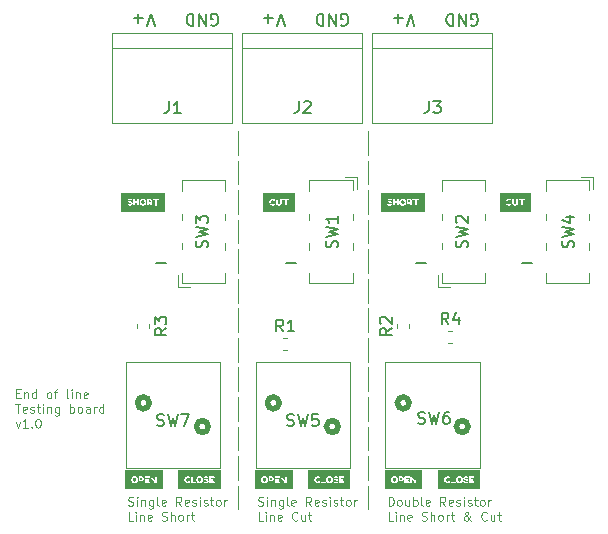
<source format=gbr>
%TF.GenerationSoftware,KiCad,Pcbnew,(5.1.6-0-10_14)*%
%TF.CreationDate,2022-03-19T18:54:14+01:00*%
%TF.ProjectId,EOL,454f4c2e-6b69-4636-9164-5f7063625858,rev?*%
%TF.SameCoordinates,Original*%
%TF.FileFunction,Legend,Top*%
%TF.FilePolarity,Positive*%
%FSLAX46Y46*%
G04 Gerber Fmt 4.6, Leading zero omitted, Abs format (unit mm)*
G04 Created by KiCad (PCBNEW (5.1.6-0-10_14)) date 2022-03-19 18:54:14*
%MOMM*%
%LPD*%
G01*
G04 APERTURE LIST*
%ADD10C,0.150000*%
%ADD11C,0.120000*%
%ADD12C,0.100000*%
%ADD13C,0.500000*%
G04 APERTURE END LIST*
D10*
X48952380Y-14047619D02*
X48619047Y-13047619D01*
X48285714Y-14047619D01*
X47952380Y-13428571D02*
X47190476Y-13428571D01*
X47571428Y-13047619D02*
X47571428Y-13809523D01*
X37952380Y-14047619D02*
X37619047Y-13047619D01*
X37285714Y-14047619D01*
X36952380Y-13428571D02*
X36190476Y-13428571D01*
X36571428Y-13047619D02*
X36571428Y-13809523D01*
X53761904Y-14000000D02*
X53857142Y-14047619D01*
X54000000Y-14047619D01*
X54142857Y-14000000D01*
X54238095Y-13904761D01*
X54285714Y-13809523D01*
X54333333Y-13619047D01*
X54333333Y-13476190D01*
X54285714Y-13285714D01*
X54238095Y-13190476D01*
X54142857Y-13095238D01*
X54000000Y-13047619D01*
X53904761Y-13047619D01*
X53761904Y-13095238D01*
X53714285Y-13142857D01*
X53714285Y-13476190D01*
X53904761Y-13476190D01*
X53285714Y-13047619D02*
X53285714Y-14047619D01*
X52714285Y-13047619D01*
X52714285Y-14047619D01*
X52238095Y-13047619D02*
X52238095Y-14047619D01*
X52000000Y-14047619D01*
X51857142Y-14000000D01*
X51761904Y-13904761D01*
X51714285Y-13809523D01*
X51666666Y-13619047D01*
X51666666Y-13476190D01*
X51714285Y-13285714D01*
X51761904Y-13190476D01*
X51857142Y-13095238D01*
X52000000Y-13047619D01*
X52238095Y-13047619D01*
X42761904Y-14000000D02*
X42857142Y-14047619D01*
X43000000Y-14047619D01*
X43142857Y-14000000D01*
X43238095Y-13904761D01*
X43285714Y-13809523D01*
X43333333Y-13619047D01*
X43333333Y-13476190D01*
X43285714Y-13285714D01*
X43238095Y-13190476D01*
X43142857Y-13095238D01*
X43000000Y-13047619D01*
X42904761Y-13047619D01*
X42761904Y-13095238D01*
X42714285Y-13142857D01*
X42714285Y-13476190D01*
X42904761Y-13476190D01*
X42285714Y-13047619D02*
X42285714Y-14047619D01*
X41714285Y-13047619D01*
X41714285Y-14047619D01*
X41238095Y-13047619D02*
X41238095Y-14047619D01*
X41000000Y-14047619D01*
X40857142Y-14000000D01*
X40761904Y-13904761D01*
X40714285Y-13809523D01*
X40666666Y-13619047D01*
X40666666Y-13476190D01*
X40714285Y-13285714D01*
X40761904Y-13190476D01*
X40857142Y-13095238D01*
X41000000Y-13047619D01*
X41238095Y-13047619D01*
X31761904Y-14000000D02*
X31857142Y-14047619D01*
X32000000Y-14047619D01*
X32142857Y-14000000D01*
X32238095Y-13904761D01*
X32285714Y-13809523D01*
X32333333Y-13619047D01*
X32333333Y-13476190D01*
X32285714Y-13285714D01*
X32238095Y-13190476D01*
X32142857Y-13095238D01*
X32000000Y-13047619D01*
X31904761Y-13047619D01*
X31761904Y-13095238D01*
X31714285Y-13142857D01*
X31714285Y-13476190D01*
X31904761Y-13476190D01*
X31285714Y-13047619D02*
X31285714Y-14047619D01*
X30714285Y-13047619D01*
X30714285Y-14047619D01*
X30238095Y-13047619D02*
X30238095Y-14047619D01*
X30000000Y-14047619D01*
X29857142Y-14000000D01*
X29761904Y-13904761D01*
X29714285Y-13809523D01*
X29666666Y-13619047D01*
X29666666Y-13476190D01*
X29714285Y-13285714D01*
X29761904Y-13190476D01*
X29857142Y-13095238D01*
X30000000Y-13047619D01*
X30238095Y-13047619D01*
X26952380Y-14047619D02*
X26619047Y-13047619D01*
X26285714Y-14047619D01*
X25952380Y-13428571D02*
X25190476Y-13428571D01*
X25571428Y-13047619D02*
X25571428Y-13809523D01*
D11*
X45000000Y-53000000D02*
X45000000Y-55000000D01*
X45000000Y-25500000D02*
X45000000Y-27500000D01*
X34000000Y-53000000D02*
X34000000Y-55000000D01*
X34000000Y-25500000D02*
X34000000Y-27500000D01*
X15256571Y-45201428D02*
X15506571Y-45201428D01*
X15613714Y-45594285D02*
X15256571Y-45594285D01*
X15256571Y-44844285D01*
X15613714Y-44844285D01*
X15935142Y-45094285D02*
X15935142Y-45594285D01*
X15935142Y-45165714D02*
X15970857Y-45130000D01*
X16042285Y-45094285D01*
X16149428Y-45094285D01*
X16220857Y-45130000D01*
X16256571Y-45201428D01*
X16256571Y-45594285D01*
X16935142Y-45594285D02*
X16935142Y-44844285D01*
X16935142Y-45558571D02*
X16863714Y-45594285D01*
X16720857Y-45594285D01*
X16649428Y-45558571D01*
X16613714Y-45522857D01*
X16578000Y-45451428D01*
X16578000Y-45237142D01*
X16613714Y-45165714D01*
X16649428Y-45130000D01*
X16720857Y-45094285D01*
X16863714Y-45094285D01*
X16935142Y-45130000D01*
X17970857Y-45594285D02*
X17899428Y-45558571D01*
X17863714Y-45522857D01*
X17828000Y-45451428D01*
X17828000Y-45237142D01*
X17863714Y-45165714D01*
X17899428Y-45130000D01*
X17970857Y-45094285D01*
X18078000Y-45094285D01*
X18149428Y-45130000D01*
X18185142Y-45165714D01*
X18220857Y-45237142D01*
X18220857Y-45451428D01*
X18185142Y-45522857D01*
X18149428Y-45558571D01*
X18078000Y-45594285D01*
X17970857Y-45594285D01*
X18435142Y-45094285D02*
X18720857Y-45094285D01*
X18542285Y-45594285D02*
X18542285Y-44951428D01*
X18578000Y-44880000D01*
X18649428Y-44844285D01*
X18720857Y-44844285D01*
X19649428Y-45594285D02*
X19578000Y-45558571D01*
X19542285Y-45487142D01*
X19542285Y-44844285D01*
X19935142Y-45594285D02*
X19935142Y-45094285D01*
X19935142Y-44844285D02*
X19899428Y-44880000D01*
X19935142Y-44915714D01*
X19970857Y-44880000D01*
X19935142Y-44844285D01*
X19935142Y-44915714D01*
X20292285Y-45094285D02*
X20292285Y-45594285D01*
X20292285Y-45165714D02*
X20328000Y-45130000D01*
X20399428Y-45094285D01*
X20506571Y-45094285D01*
X20578000Y-45130000D01*
X20613714Y-45201428D01*
X20613714Y-45594285D01*
X21256571Y-45558571D02*
X21185142Y-45594285D01*
X21042285Y-45594285D01*
X20970857Y-45558571D01*
X20935142Y-45487142D01*
X20935142Y-45201428D01*
X20970857Y-45130000D01*
X21042285Y-45094285D01*
X21185142Y-45094285D01*
X21256571Y-45130000D01*
X21292285Y-45201428D01*
X21292285Y-45272857D01*
X20935142Y-45344285D01*
X15149428Y-46089285D02*
X15578000Y-46089285D01*
X15363714Y-46839285D02*
X15363714Y-46089285D01*
X16113714Y-46803571D02*
X16042285Y-46839285D01*
X15899428Y-46839285D01*
X15828000Y-46803571D01*
X15792285Y-46732142D01*
X15792285Y-46446428D01*
X15828000Y-46375000D01*
X15899428Y-46339285D01*
X16042285Y-46339285D01*
X16113714Y-46375000D01*
X16149428Y-46446428D01*
X16149428Y-46517857D01*
X15792285Y-46589285D01*
X16435142Y-46803571D02*
X16506571Y-46839285D01*
X16649428Y-46839285D01*
X16720857Y-46803571D01*
X16756571Y-46732142D01*
X16756571Y-46696428D01*
X16720857Y-46625000D01*
X16649428Y-46589285D01*
X16542285Y-46589285D01*
X16470857Y-46553571D01*
X16435142Y-46482142D01*
X16435142Y-46446428D01*
X16470857Y-46375000D01*
X16542285Y-46339285D01*
X16649428Y-46339285D01*
X16720857Y-46375000D01*
X16970857Y-46339285D02*
X17256571Y-46339285D01*
X17078000Y-46089285D02*
X17078000Y-46732142D01*
X17113714Y-46803571D01*
X17185142Y-46839285D01*
X17256571Y-46839285D01*
X17506571Y-46839285D02*
X17506571Y-46339285D01*
X17506571Y-46089285D02*
X17470857Y-46125000D01*
X17506571Y-46160714D01*
X17542285Y-46125000D01*
X17506571Y-46089285D01*
X17506571Y-46160714D01*
X17863714Y-46339285D02*
X17863714Y-46839285D01*
X17863714Y-46410714D02*
X17899428Y-46375000D01*
X17970857Y-46339285D01*
X18078000Y-46339285D01*
X18149428Y-46375000D01*
X18185142Y-46446428D01*
X18185142Y-46839285D01*
X18863714Y-46339285D02*
X18863714Y-46946428D01*
X18828000Y-47017857D01*
X18792285Y-47053571D01*
X18720857Y-47089285D01*
X18613714Y-47089285D01*
X18542285Y-47053571D01*
X18863714Y-46803571D02*
X18792285Y-46839285D01*
X18649428Y-46839285D01*
X18578000Y-46803571D01*
X18542285Y-46767857D01*
X18506571Y-46696428D01*
X18506571Y-46482142D01*
X18542285Y-46410714D01*
X18578000Y-46375000D01*
X18649428Y-46339285D01*
X18792285Y-46339285D01*
X18863714Y-46375000D01*
X19792285Y-46839285D02*
X19792285Y-46089285D01*
X19792285Y-46375000D02*
X19863714Y-46339285D01*
X20006571Y-46339285D01*
X20078000Y-46375000D01*
X20113714Y-46410714D01*
X20149428Y-46482142D01*
X20149428Y-46696428D01*
X20113714Y-46767857D01*
X20078000Y-46803571D01*
X20006571Y-46839285D01*
X19863714Y-46839285D01*
X19792285Y-46803571D01*
X20578000Y-46839285D02*
X20506571Y-46803571D01*
X20470857Y-46767857D01*
X20435142Y-46696428D01*
X20435142Y-46482142D01*
X20470857Y-46410714D01*
X20506571Y-46375000D01*
X20578000Y-46339285D01*
X20685142Y-46339285D01*
X20756571Y-46375000D01*
X20792285Y-46410714D01*
X20828000Y-46482142D01*
X20828000Y-46696428D01*
X20792285Y-46767857D01*
X20756571Y-46803571D01*
X20685142Y-46839285D01*
X20578000Y-46839285D01*
X21470857Y-46839285D02*
X21470857Y-46446428D01*
X21435142Y-46375000D01*
X21363714Y-46339285D01*
X21220857Y-46339285D01*
X21149428Y-46375000D01*
X21470857Y-46803571D02*
X21399428Y-46839285D01*
X21220857Y-46839285D01*
X21149428Y-46803571D01*
X21113714Y-46732142D01*
X21113714Y-46660714D01*
X21149428Y-46589285D01*
X21220857Y-46553571D01*
X21399428Y-46553571D01*
X21470857Y-46517857D01*
X21828000Y-46839285D02*
X21828000Y-46339285D01*
X21828000Y-46482142D02*
X21863714Y-46410714D01*
X21899428Y-46375000D01*
X21970857Y-46339285D01*
X22042285Y-46339285D01*
X22613714Y-46839285D02*
X22613714Y-46089285D01*
X22613714Y-46803571D02*
X22542285Y-46839285D01*
X22399428Y-46839285D01*
X22328000Y-46803571D01*
X22292285Y-46767857D01*
X22256571Y-46696428D01*
X22256571Y-46482142D01*
X22292285Y-46410714D01*
X22328000Y-46375000D01*
X22399428Y-46339285D01*
X22542285Y-46339285D01*
X22613714Y-46375000D01*
X15185142Y-47584285D02*
X15363714Y-48084285D01*
X15542285Y-47584285D01*
X16220857Y-48084285D02*
X15792285Y-48084285D01*
X16006571Y-48084285D02*
X16006571Y-47334285D01*
X15935142Y-47441428D01*
X15863714Y-47512857D01*
X15792285Y-47548571D01*
X16542285Y-48012857D02*
X16578000Y-48048571D01*
X16542285Y-48084285D01*
X16506571Y-48048571D01*
X16542285Y-48012857D01*
X16542285Y-48084285D01*
X17042285Y-47334285D02*
X17113714Y-47334285D01*
X17185142Y-47370000D01*
X17220857Y-47405714D01*
X17256571Y-47477142D01*
X17292285Y-47620000D01*
X17292285Y-47798571D01*
X17256571Y-47941428D01*
X17220857Y-48012857D01*
X17185142Y-48048571D01*
X17113714Y-48084285D01*
X17042285Y-48084285D01*
X16970857Y-48048571D01*
X16935142Y-48012857D01*
X16899428Y-47941428D01*
X16863714Y-47798571D01*
X16863714Y-47620000D01*
X16899428Y-47477142D01*
X16935142Y-47405714D01*
X16970857Y-47370000D01*
X17042285Y-47334285D01*
X45000000Y-50500000D02*
X45000000Y-52500000D01*
X34000000Y-50500000D02*
X34000000Y-52500000D01*
X46756571Y-54716785D02*
X46756571Y-53966785D01*
X46935142Y-53966785D01*
X47042285Y-54002500D01*
X47113714Y-54073928D01*
X47149428Y-54145357D01*
X47185142Y-54288214D01*
X47185142Y-54395357D01*
X47149428Y-54538214D01*
X47113714Y-54609642D01*
X47042285Y-54681071D01*
X46935142Y-54716785D01*
X46756571Y-54716785D01*
X47613714Y-54716785D02*
X47542285Y-54681071D01*
X47506571Y-54645357D01*
X47470857Y-54573928D01*
X47470857Y-54359642D01*
X47506571Y-54288214D01*
X47542285Y-54252500D01*
X47613714Y-54216785D01*
X47720857Y-54216785D01*
X47792285Y-54252500D01*
X47828000Y-54288214D01*
X47863714Y-54359642D01*
X47863714Y-54573928D01*
X47828000Y-54645357D01*
X47792285Y-54681071D01*
X47720857Y-54716785D01*
X47613714Y-54716785D01*
X48506571Y-54216785D02*
X48506571Y-54716785D01*
X48185142Y-54216785D02*
X48185142Y-54609642D01*
X48220857Y-54681071D01*
X48292285Y-54716785D01*
X48399428Y-54716785D01*
X48470857Y-54681071D01*
X48506571Y-54645357D01*
X48863714Y-54716785D02*
X48863714Y-53966785D01*
X48863714Y-54252500D02*
X48935142Y-54216785D01*
X49078000Y-54216785D01*
X49149428Y-54252500D01*
X49185142Y-54288214D01*
X49220857Y-54359642D01*
X49220857Y-54573928D01*
X49185142Y-54645357D01*
X49149428Y-54681071D01*
X49078000Y-54716785D01*
X48935142Y-54716785D01*
X48863714Y-54681071D01*
X49649428Y-54716785D02*
X49578000Y-54681071D01*
X49542285Y-54609642D01*
X49542285Y-53966785D01*
X50220857Y-54681071D02*
X50149428Y-54716785D01*
X50006571Y-54716785D01*
X49935142Y-54681071D01*
X49899428Y-54609642D01*
X49899428Y-54323928D01*
X49935142Y-54252500D01*
X50006571Y-54216785D01*
X50149428Y-54216785D01*
X50220857Y-54252500D01*
X50256571Y-54323928D01*
X50256571Y-54395357D01*
X49899428Y-54466785D01*
X51578000Y-54716785D02*
X51328000Y-54359642D01*
X51149428Y-54716785D02*
X51149428Y-53966785D01*
X51435142Y-53966785D01*
X51506571Y-54002500D01*
X51542285Y-54038214D01*
X51578000Y-54109642D01*
X51578000Y-54216785D01*
X51542285Y-54288214D01*
X51506571Y-54323928D01*
X51435142Y-54359642D01*
X51149428Y-54359642D01*
X52185142Y-54681071D02*
X52113714Y-54716785D01*
X51970857Y-54716785D01*
X51899428Y-54681071D01*
X51863714Y-54609642D01*
X51863714Y-54323928D01*
X51899428Y-54252500D01*
X51970857Y-54216785D01*
X52113714Y-54216785D01*
X52185142Y-54252500D01*
X52220857Y-54323928D01*
X52220857Y-54395357D01*
X51863714Y-54466785D01*
X52506571Y-54681071D02*
X52578000Y-54716785D01*
X52720857Y-54716785D01*
X52792285Y-54681071D01*
X52828000Y-54609642D01*
X52828000Y-54573928D01*
X52792285Y-54502500D01*
X52720857Y-54466785D01*
X52613714Y-54466785D01*
X52542285Y-54431071D01*
X52506571Y-54359642D01*
X52506571Y-54323928D01*
X52542285Y-54252500D01*
X52613714Y-54216785D01*
X52720857Y-54216785D01*
X52792285Y-54252500D01*
X53149428Y-54716785D02*
X53149428Y-54216785D01*
X53149428Y-53966785D02*
X53113714Y-54002500D01*
X53149428Y-54038214D01*
X53185142Y-54002500D01*
X53149428Y-53966785D01*
X53149428Y-54038214D01*
X53470857Y-54681071D02*
X53542285Y-54716785D01*
X53685142Y-54716785D01*
X53756571Y-54681071D01*
X53792285Y-54609642D01*
X53792285Y-54573928D01*
X53756571Y-54502500D01*
X53685142Y-54466785D01*
X53578000Y-54466785D01*
X53506571Y-54431071D01*
X53470857Y-54359642D01*
X53470857Y-54323928D01*
X53506571Y-54252500D01*
X53578000Y-54216785D01*
X53685142Y-54216785D01*
X53756571Y-54252500D01*
X54006571Y-54216785D02*
X54292285Y-54216785D01*
X54113714Y-53966785D02*
X54113714Y-54609642D01*
X54149428Y-54681071D01*
X54220857Y-54716785D01*
X54292285Y-54716785D01*
X54649428Y-54716785D02*
X54578000Y-54681071D01*
X54542285Y-54645357D01*
X54506571Y-54573928D01*
X54506571Y-54359642D01*
X54542285Y-54288214D01*
X54578000Y-54252500D01*
X54649428Y-54216785D01*
X54756571Y-54216785D01*
X54828000Y-54252500D01*
X54863714Y-54288214D01*
X54899428Y-54359642D01*
X54899428Y-54573928D01*
X54863714Y-54645357D01*
X54828000Y-54681071D01*
X54756571Y-54716785D01*
X54649428Y-54716785D01*
X55220857Y-54716785D02*
X55220857Y-54216785D01*
X55220857Y-54359642D02*
X55256571Y-54288214D01*
X55292285Y-54252500D01*
X55363714Y-54216785D01*
X55435142Y-54216785D01*
X47113714Y-55961785D02*
X46756571Y-55961785D01*
X46756571Y-55211785D01*
X47363714Y-55961785D02*
X47363714Y-55461785D01*
X47363714Y-55211785D02*
X47328000Y-55247500D01*
X47363714Y-55283214D01*
X47399428Y-55247500D01*
X47363714Y-55211785D01*
X47363714Y-55283214D01*
X47720857Y-55461785D02*
X47720857Y-55961785D01*
X47720857Y-55533214D02*
X47756571Y-55497500D01*
X47828000Y-55461785D01*
X47935142Y-55461785D01*
X48006571Y-55497500D01*
X48042285Y-55568928D01*
X48042285Y-55961785D01*
X48685142Y-55926071D02*
X48613714Y-55961785D01*
X48470857Y-55961785D01*
X48399428Y-55926071D01*
X48363714Y-55854642D01*
X48363714Y-55568928D01*
X48399428Y-55497500D01*
X48470857Y-55461785D01*
X48613714Y-55461785D01*
X48685142Y-55497500D01*
X48720857Y-55568928D01*
X48720857Y-55640357D01*
X48363714Y-55711785D01*
X49578000Y-55926071D02*
X49685142Y-55961785D01*
X49863714Y-55961785D01*
X49935142Y-55926071D01*
X49970857Y-55890357D01*
X50006571Y-55818928D01*
X50006571Y-55747500D01*
X49970857Y-55676071D01*
X49935142Y-55640357D01*
X49863714Y-55604642D01*
X49720857Y-55568928D01*
X49649428Y-55533214D01*
X49613714Y-55497500D01*
X49578000Y-55426071D01*
X49578000Y-55354642D01*
X49613714Y-55283214D01*
X49649428Y-55247500D01*
X49720857Y-55211785D01*
X49899428Y-55211785D01*
X50006571Y-55247500D01*
X50328000Y-55961785D02*
X50328000Y-55211785D01*
X50649428Y-55961785D02*
X50649428Y-55568928D01*
X50613714Y-55497500D01*
X50542285Y-55461785D01*
X50435142Y-55461785D01*
X50363714Y-55497500D01*
X50328000Y-55533214D01*
X51113714Y-55961785D02*
X51042285Y-55926071D01*
X51006571Y-55890357D01*
X50970857Y-55818928D01*
X50970857Y-55604642D01*
X51006571Y-55533214D01*
X51042285Y-55497500D01*
X51113714Y-55461785D01*
X51220857Y-55461785D01*
X51292285Y-55497500D01*
X51328000Y-55533214D01*
X51363714Y-55604642D01*
X51363714Y-55818928D01*
X51328000Y-55890357D01*
X51292285Y-55926071D01*
X51220857Y-55961785D01*
X51113714Y-55961785D01*
X51685142Y-55961785D02*
X51685142Y-55461785D01*
X51685142Y-55604642D02*
X51720857Y-55533214D01*
X51756571Y-55497500D01*
X51828000Y-55461785D01*
X51899428Y-55461785D01*
X52042285Y-55461785D02*
X52328000Y-55461785D01*
X52149428Y-55211785D02*
X52149428Y-55854642D01*
X52185142Y-55926071D01*
X52256571Y-55961785D01*
X52328000Y-55961785D01*
X53756571Y-55961785D02*
X53720857Y-55961785D01*
X53649428Y-55926071D01*
X53542285Y-55818928D01*
X53363714Y-55604642D01*
X53292285Y-55497500D01*
X53256571Y-55390357D01*
X53256571Y-55318928D01*
X53292285Y-55247500D01*
X53363714Y-55211785D01*
X53399428Y-55211785D01*
X53470857Y-55247500D01*
X53506571Y-55318928D01*
X53506571Y-55354642D01*
X53470857Y-55426071D01*
X53435142Y-55461785D01*
X53220857Y-55604642D01*
X53185142Y-55640357D01*
X53149428Y-55711785D01*
X53149428Y-55818928D01*
X53185142Y-55890357D01*
X53220857Y-55926071D01*
X53292285Y-55961785D01*
X53399428Y-55961785D01*
X53470857Y-55926071D01*
X53506571Y-55890357D01*
X53613714Y-55747500D01*
X53649428Y-55640357D01*
X53649428Y-55568928D01*
X55078000Y-55890357D02*
X55042285Y-55926071D01*
X54935142Y-55961785D01*
X54863714Y-55961785D01*
X54756571Y-55926071D01*
X54685142Y-55854642D01*
X54649428Y-55783214D01*
X54613714Y-55640357D01*
X54613714Y-55533214D01*
X54649428Y-55390357D01*
X54685142Y-55318928D01*
X54756571Y-55247500D01*
X54863714Y-55211785D01*
X54935142Y-55211785D01*
X55042285Y-55247500D01*
X55078000Y-55283214D01*
X55720857Y-55461785D02*
X55720857Y-55961785D01*
X55399428Y-55461785D02*
X55399428Y-55854642D01*
X55435142Y-55926071D01*
X55506571Y-55961785D01*
X55613714Y-55961785D01*
X55685142Y-55926071D01*
X55720857Y-55890357D01*
X55970857Y-55461785D02*
X56256571Y-55461785D01*
X56078000Y-55211785D02*
X56078000Y-55854642D01*
X56113714Y-55926071D01*
X56185142Y-55961785D01*
X56256571Y-55961785D01*
X35720857Y-54681071D02*
X35828000Y-54716785D01*
X36006571Y-54716785D01*
X36078000Y-54681071D01*
X36113714Y-54645357D01*
X36149428Y-54573928D01*
X36149428Y-54502500D01*
X36113714Y-54431071D01*
X36078000Y-54395357D01*
X36006571Y-54359642D01*
X35863714Y-54323928D01*
X35792285Y-54288214D01*
X35756571Y-54252500D01*
X35720857Y-54181071D01*
X35720857Y-54109642D01*
X35756571Y-54038214D01*
X35792285Y-54002500D01*
X35863714Y-53966785D01*
X36042285Y-53966785D01*
X36149428Y-54002500D01*
X36470857Y-54716785D02*
X36470857Y-54216785D01*
X36470857Y-53966785D02*
X36435142Y-54002500D01*
X36470857Y-54038214D01*
X36506571Y-54002500D01*
X36470857Y-53966785D01*
X36470857Y-54038214D01*
X36828000Y-54216785D02*
X36828000Y-54716785D01*
X36828000Y-54288214D02*
X36863714Y-54252500D01*
X36935142Y-54216785D01*
X37042285Y-54216785D01*
X37113714Y-54252500D01*
X37149428Y-54323928D01*
X37149428Y-54716785D01*
X37828000Y-54216785D02*
X37828000Y-54823928D01*
X37792285Y-54895357D01*
X37756571Y-54931071D01*
X37685142Y-54966785D01*
X37578000Y-54966785D01*
X37506571Y-54931071D01*
X37828000Y-54681071D02*
X37756571Y-54716785D01*
X37613714Y-54716785D01*
X37542285Y-54681071D01*
X37506571Y-54645357D01*
X37470857Y-54573928D01*
X37470857Y-54359642D01*
X37506571Y-54288214D01*
X37542285Y-54252500D01*
X37613714Y-54216785D01*
X37756571Y-54216785D01*
X37828000Y-54252500D01*
X38292285Y-54716785D02*
X38220857Y-54681071D01*
X38185142Y-54609642D01*
X38185142Y-53966785D01*
X38863714Y-54681071D02*
X38792285Y-54716785D01*
X38649428Y-54716785D01*
X38578000Y-54681071D01*
X38542285Y-54609642D01*
X38542285Y-54323928D01*
X38578000Y-54252500D01*
X38649428Y-54216785D01*
X38792285Y-54216785D01*
X38863714Y-54252500D01*
X38899428Y-54323928D01*
X38899428Y-54395357D01*
X38542285Y-54466785D01*
X40220857Y-54716785D02*
X39970857Y-54359642D01*
X39792285Y-54716785D02*
X39792285Y-53966785D01*
X40078000Y-53966785D01*
X40149428Y-54002500D01*
X40185142Y-54038214D01*
X40220857Y-54109642D01*
X40220857Y-54216785D01*
X40185142Y-54288214D01*
X40149428Y-54323928D01*
X40078000Y-54359642D01*
X39792285Y-54359642D01*
X40828000Y-54681071D02*
X40756571Y-54716785D01*
X40613714Y-54716785D01*
X40542285Y-54681071D01*
X40506571Y-54609642D01*
X40506571Y-54323928D01*
X40542285Y-54252500D01*
X40613714Y-54216785D01*
X40756571Y-54216785D01*
X40828000Y-54252500D01*
X40863714Y-54323928D01*
X40863714Y-54395357D01*
X40506571Y-54466785D01*
X41149428Y-54681071D02*
X41220857Y-54716785D01*
X41363714Y-54716785D01*
X41435142Y-54681071D01*
X41470857Y-54609642D01*
X41470857Y-54573928D01*
X41435142Y-54502500D01*
X41363714Y-54466785D01*
X41256571Y-54466785D01*
X41185142Y-54431071D01*
X41149428Y-54359642D01*
X41149428Y-54323928D01*
X41185142Y-54252500D01*
X41256571Y-54216785D01*
X41363714Y-54216785D01*
X41435142Y-54252500D01*
X41792285Y-54716785D02*
X41792285Y-54216785D01*
X41792285Y-53966785D02*
X41756571Y-54002500D01*
X41792285Y-54038214D01*
X41828000Y-54002500D01*
X41792285Y-53966785D01*
X41792285Y-54038214D01*
X42113714Y-54681071D02*
X42185142Y-54716785D01*
X42328000Y-54716785D01*
X42399428Y-54681071D01*
X42435142Y-54609642D01*
X42435142Y-54573928D01*
X42399428Y-54502500D01*
X42328000Y-54466785D01*
X42220857Y-54466785D01*
X42149428Y-54431071D01*
X42113714Y-54359642D01*
X42113714Y-54323928D01*
X42149428Y-54252500D01*
X42220857Y-54216785D01*
X42328000Y-54216785D01*
X42399428Y-54252500D01*
X42649428Y-54216785D02*
X42935142Y-54216785D01*
X42756571Y-53966785D02*
X42756571Y-54609642D01*
X42792285Y-54681071D01*
X42863714Y-54716785D01*
X42935142Y-54716785D01*
X43292285Y-54716785D02*
X43220857Y-54681071D01*
X43185142Y-54645357D01*
X43149428Y-54573928D01*
X43149428Y-54359642D01*
X43185142Y-54288214D01*
X43220857Y-54252500D01*
X43292285Y-54216785D01*
X43399428Y-54216785D01*
X43470857Y-54252500D01*
X43506571Y-54288214D01*
X43542285Y-54359642D01*
X43542285Y-54573928D01*
X43506571Y-54645357D01*
X43470857Y-54681071D01*
X43399428Y-54716785D01*
X43292285Y-54716785D01*
X43863714Y-54716785D02*
X43863714Y-54216785D01*
X43863714Y-54359642D02*
X43899428Y-54288214D01*
X43935142Y-54252500D01*
X44006571Y-54216785D01*
X44078000Y-54216785D01*
X36113714Y-55961785D02*
X35756571Y-55961785D01*
X35756571Y-55211785D01*
X36363714Y-55961785D02*
X36363714Y-55461785D01*
X36363714Y-55211785D02*
X36328000Y-55247500D01*
X36363714Y-55283214D01*
X36399428Y-55247500D01*
X36363714Y-55211785D01*
X36363714Y-55283214D01*
X36720857Y-55461785D02*
X36720857Y-55961785D01*
X36720857Y-55533214D02*
X36756571Y-55497500D01*
X36828000Y-55461785D01*
X36935142Y-55461785D01*
X37006571Y-55497500D01*
X37042285Y-55568928D01*
X37042285Y-55961785D01*
X37685142Y-55926071D02*
X37613714Y-55961785D01*
X37470857Y-55961785D01*
X37399428Y-55926071D01*
X37363714Y-55854642D01*
X37363714Y-55568928D01*
X37399428Y-55497500D01*
X37470857Y-55461785D01*
X37613714Y-55461785D01*
X37685142Y-55497500D01*
X37720857Y-55568928D01*
X37720857Y-55640357D01*
X37363714Y-55711785D01*
X39042285Y-55890357D02*
X39006571Y-55926071D01*
X38899428Y-55961785D01*
X38828000Y-55961785D01*
X38720857Y-55926071D01*
X38649428Y-55854642D01*
X38613714Y-55783214D01*
X38578000Y-55640357D01*
X38578000Y-55533214D01*
X38613714Y-55390357D01*
X38649428Y-55318928D01*
X38720857Y-55247500D01*
X38828000Y-55211785D01*
X38899428Y-55211785D01*
X39006571Y-55247500D01*
X39042285Y-55283214D01*
X39685142Y-55461785D02*
X39685142Y-55961785D01*
X39363714Y-55461785D02*
X39363714Y-55854642D01*
X39399428Y-55926071D01*
X39470857Y-55961785D01*
X39578000Y-55961785D01*
X39649428Y-55926071D01*
X39685142Y-55890357D01*
X39935142Y-55461785D02*
X40220857Y-55461785D01*
X40042285Y-55211785D02*
X40042285Y-55854642D01*
X40078000Y-55926071D01*
X40149428Y-55961785D01*
X40220857Y-55961785D01*
X24720857Y-54681071D02*
X24828000Y-54716785D01*
X25006571Y-54716785D01*
X25078000Y-54681071D01*
X25113714Y-54645357D01*
X25149428Y-54573928D01*
X25149428Y-54502500D01*
X25113714Y-54431071D01*
X25078000Y-54395357D01*
X25006571Y-54359642D01*
X24863714Y-54323928D01*
X24792285Y-54288214D01*
X24756571Y-54252500D01*
X24720857Y-54181071D01*
X24720857Y-54109642D01*
X24756571Y-54038214D01*
X24792285Y-54002500D01*
X24863714Y-53966785D01*
X25042285Y-53966785D01*
X25149428Y-54002500D01*
X25470857Y-54716785D02*
X25470857Y-54216785D01*
X25470857Y-53966785D02*
X25435142Y-54002500D01*
X25470857Y-54038214D01*
X25506571Y-54002500D01*
X25470857Y-53966785D01*
X25470857Y-54038214D01*
X25828000Y-54216785D02*
X25828000Y-54716785D01*
X25828000Y-54288214D02*
X25863714Y-54252500D01*
X25935142Y-54216785D01*
X26042285Y-54216785D01*
X26113714Y-54252500D01*
X26149428Y-54323928D01*
X26149428Y-54716785D01*
X26828000Y-54216785D02*
X26828000Y-54823928D01*
X26792285Y-54895357D01*
X26756571Y-54931071D01*
X26685142Y-54966785D01*
X26578000Y-54966785D01*
X26506571Y-54931071D01*
X26828000Y-54681071D02*
X26756571Y-54716785D01*
X26613714Y-54716785D01*
X26542285Y-54681071D01*
X26506571Y-54645357D01*
X26470857Y-54573928D01*
X26470857Y-54359642D01*
X26506571Y-54288214D01*
X26542285Y-54252500D01*
X26613714Y-54216785D01*
X26756571Y-54216785D01*
X26828000Y-54252500D01*
X27292285Y-54716785D02*
X27220857Y-54681071D01*
X27185142Y-54609642D01*
X27185142Y-53966785D01*
X27863714Y-54681071D02*
X27792285Y-54716785D01*
X27649428Y-54716785D01*
X27578000Y-54681071D01*
X27542285Y-54609642D01*
X27542285Y-54323928D01*
X27578000Y-54252500D01*
X27649428Y-54216785D01*
X27792285Y-54216785D01*
X27863714Y-54252500D01*
X27899428Y-54323928D01*
X27899428Y-54395357D01*
X27542285Y-54466785D01*
X29220857Y-54716785D02*
X28970857Y-54359642D01*
X28792285Y-54716785D02*
X28792285Y-53966785D01*
X29078000Y-53966785D01*
X29149428Y-54002500D01*
X29185142Y-54038214D01*
X29220857Y-54109642D01*
X29220857Y-54216785D01*
X29185142Y-54288214D01*
X29149428Y-54323928D01*
X29078000Y-54359642D01*
X28792285Y-54359642D01*
X29828000Y-54681071D02*
X29756571Y-54716785D01*
X29613714Y-54716785D01*
X29542285Y-54681071D01*
X29506571Y-54609642D01*
X29506571Y-54323928D01*
X29542285Y-54252500D01*
X29613714Y-54216785D01*
X29756571Y-54216785D01*
X29828000Y-54252500D01*
X29863714Y-54323928D01*
X29863714Y-54395357D01*
X29506571Y-54466785D01*
X30149428Y-54681071D02*
X30220857Y-54716785D01*
X30363714Y-54716785D01*
X30435142Y-54681071D01*
X30470857Y-54609642D01*
X30470857Y-54573928D01*
X30435142Y-54502500D01*
X30363714Y-54466785D01*
X30256571Y-54466785D01*
X30185142Y-54431071D01*
X30149428Y-54359642D01*
X30149428Y-54323928D01*
X30185142Y-54252500D01*
X30256571Y-54216785D01*
X30363714Y-54216785D01*
X30435142Y-54252500D01*
X30792285Y-54716785D02*
X30792285Y-54216785D01*
X30792285Y-53966785D02*
X30756571Y-54002500D01*
X30792285Y-54038214D01*
X30828000Y-54002500D01*
X30792285Y-53966785D01*
X30792285Y-54038214D01*
X31113714Y-54681071D02*
X31185142Y-54716785D01*
X31328000Y-54716785D01*
X31399428Y-54681071D01*
X31435142Y-54609642D01*
X31435142Y-54573928D01*
X31399428Y-54502500D01*
X31328000Y-54466785D01*
X31220857Y-54466785D01*
X31149428Y-54431071D01*
X31113714Y-54359642D01*
X31113714Y-54323928D01*
X31149428Y-54252500D01*
X31220857Y-54216785D01*
X31328000Y-54216785D01*
X31399428Y-54252500D01*
X31649428Y-54216785D02*
X31935142Y-54216785D01*
X31756571Y-53966785D02*
X31756571Y-54609642D01*
X31792285Y-54681071D01*
X31863714Y-54716785D01*
X31935142Y-54716785D01*
X32292285Y-54716785D02*
X32220857Y-54681071D01*
X32185142Y-54645357D01*
X32149428Y-54573928D01*
X32149428Y-54359642D01*
X32185142Y-54288214D01*
X32220857Y-54252500D01*
X32292285Y-54216785D01*
X32399428Y-54216785D01*
X32470857Y-54252500D01*
X32506571Y-54288214D01*
X32542285Y-54359642D01*
X32542285Y-54573928D01*
X32506571Y-54645357D01*
X32470857Y-54681071D01*
X32399428Y-54716785D01*
X32292285Y-54716785D01*
X32863714Y-54716785D02*
X32863714Y-54216785D01*
X32863714Y-54359642D02*
X32899428Y-54288214D01*
X32935142Y-54252500D01*
X33006571Y-54216785D01*
X33078000Y-54216785D01*
X25113714Y-55961785D02*
X24756571Y-55961785D01*
X24756571Y-55211785D01*
X25363714Y-55961785D02*
X25363714Y-55461785D01*
X25363714Y-55211785D02*
X25328000Y-55247500D01*
X25363714Y-55283214D01*
X25399428Y-55247500D01*
X25363714Y-55211785D01*
X25363714Y-55283214D01*
X25720857Y-55461785D02*
X25720857Y-55961785D01*
X25720857Y-55533214D02*
X25756571Y-55497500D01*
X25828000Y-55461785D01*
X25935142Y-55461785D01*
X26006571Y-55497500D01*
X26042285Y-55568928D01*
X26042285Y-55961785D01*
X26685142Y-55926071D02*
X26613714Y-55961785D01*
X26470857Y-55961785D01*
X26399428Y-55926071D01*
X26363714Y-55854642D01*
X26363714Y-55568928D01*
X26399428Y-55497500D01*
X26470857Y-55461785D01*
X26613714Y-55461785D01*
X26685142Y-55497500D01*
X26720857Y-55568928D01*
X26720857Y-55640357D01*
X26363714Y-55711785D01*
X27578000Y-55926071D02*
X27685142Y-55961785D01*
X27863714Y-55961785D01*
X27935142Y-55926071D01*
X27970857Y-55890357D01*
X28006571Y-55818928D01*
X28006571Y-55747500D01*
X27970857Y-55676071D01*
X27935142Y-55640357D01*
X27863714Y-55604642D01*
X27720857Y-55568928D01*
X27649428Y-55533214D01*
X27613714Y-55497500D01*
X27578000Y-55426071D01*
X27578000Y-55354642D01*
X27613714Y-55283214D01*
X27649428Y-55247500D01*
X27720857Y-55211785D01*
X27899428Y-55211785D01*
X28006571Y-55247500D01*
X28328000Y-55961785D02*
X28328000Y-55211785D01*
X28649428Y-55961785D02*
X28649428Y-55568928D01*
X28613714Y-55497500D01*
X28542285Y-55461785D01*
X28435142Y-55461785D01*
X28363714Y-55497500D01*
X28328000Y-55533214D01*
X29113714Y-55961785D02*
X29042285Y-55926071D01*
X29006571Y-55890357D01*
X28970857Y-55818928D01*
X28970857Y-55604642D01*
X29006571Y-55533214D01*
X29042285Y-55497500D01*
X29113714Y-55461785D01*
X29220857Y-55461785D01*
X29292285Y-55497500D01*
X29328000Y-55533214D01*
X29363714Y-55604642D01*
X29363714Y-55818928D01*
X29328000Y-55890357D01*
X29292285Y-55926071D01*
X29220857Y-55961785D01*
X29113714Y-55961785D01*
X29685142Y-55961785D02*
X29685142Y-55461785D01*
X29685142Y-55604642D02*
X29720857Y-55533214D01*
X29756571Y-55497500D01*
X29828000Y-55461785D01*
X29899428Y-55461785D01*
X30042285Y-55461785D02*
X30328000Y-55461785D01*
X30149428Y-55211785D02*
X30149428Y-55854642D01*
X30185142Y-55926071D01*
X30256571Y-55961785D01*
X30328000Y-55961785D01*
X45000000Y-35500000D02*
X45000000Y-37500000D01*
X45000000Y-45500000D02*
X45000000Y-47500000D01*
X45000000Y-43000000D02*
X45000000Y-45000000D01*
X45000000Y-33000000D02*
X45000000Y-35000000D01*
X45000000Y-30500000D02*
X45000000Y-32500000D01*
X45000000Y-40500000D02*
X45000000Y-42500000D01*
X45000000Y-48000000D02*
X45000000Y-50000000D01*
X45000000Y-28000000D02*
X45000000Y-30000000D01*
X45000000Y-38000000D02*
X45000000Y-40000000D01*
X45000000Y-23000000D02*
X45000000Y-25000000D01*
X34000000Y-48000000D02*
X34000000Y-50000000D01*
X34000000Y-45500000D02*
X34000000Y-47500000D01*
X34000000Y-43000000D02*
X34000000Y-45000000D01*
X34000000Y-40500000D02*
X34000000Y-42500000D01*
X34000000Y-38000000D02*
X34000000Y-40000000D01*
X34000000Y-35500000D02*
X34000000Y-37500000D01*
X34000000Y-33000000D02*
X34000000Y-35000000D01*
X34000000Y-30500000D02*
X34000000Y-32500000D01*
X34000000Y-28000000D02*
X34000000Y-30000000D01*
X34000000Y-23000000D02*
X34000000Y-25000000D01*
D10*
X58071428Y-34119047D02*
X58928571Y-34119047D01*
X49071428Y-34119047D02*
X49928571Y-34119047D01*
X38071428Y-34119047D02*
X38928571Y-34119047D01*
X27071428Y-34119047D02*
X27928571Y-34119047D01*
D12*
%TO.C,kibuzzard-62361049*%
G36*
X51475237Y-51686935D02*
G01*
X51674028Y-52222584D01*
X51726151Y-52208297D01*
X51778450Y-52203534D01*
X51816054Y-52206412D01*
X51854253Y-52215044D01*
X51912594Y-52238459D01*
X51931644Y-52249572D01*
X51953869Y-52263859D01*
X51974506Y-52301562D01*
X51957837Y-52345616D01*
X51928469Y-52377762D01*
X51902275Y-52388478D01*
X51861794Y-52371016D01*
X51822900Y-52350775D01*
X51772894Y-52344028D01*
X52026100Y-52720266D01*
X52026100Y-52278941D01*
X52027291Y-52251556D01*
X52034831Y-52230522D01*
X52055866Y-52214448D01*
X52096744Y-52209091D01*
X52140995Y-52216433D01*
X52162625Y-52238459D01*
X52166594Y-52279734D01*
X52166594Y-52673434D01*
X52486078Y-52441362D01*
X52503937Y-52381731D01*
X52531719Y-52328848D01*
X52567437Y-52285291D01*
X52610102Y-52250564D01*
X52658719Y-52224172D01*
X52711106Y-52207503D01*
X52765081Y-52201947D01*
X52821884Y-52207255D01*
X52874817Y-52223180D01*
X52923881Y-52249721D01*
X52969075Y-52286878D01*
X53006927Y-52331899D01*
X53033964Y-52382029D01*
X53050186Y-52437269D01*
X53055594Y-52497619D01*
X53050434Y-52558192D01*
X53034956Y-52614102D01*
X53009159Y-52665348D01*
X52973044Y-52711931D01*
X52929388Y-52750651D01*
X53115919Y-52709153D01*
X53095281Y-52663513D01*
X53103814Y-52639998D01*
X53129413Y-52609934D01*
X53171481Y-52590884D01*
X53198072Y-52600806D01*
X53233394Y-52630572D01*
X53265144Y-52656369D01*
X53303244Y-52668672D01*
X53344254Y-52661969D01*
X53368860Y-52641861D01*
X53377063Y-52608347D01*
X53356822Y-52577788D01*
X53306419Y-52559928D01*
X53275066Y-52552685D01*
X53241331Y-52542069D01*
X53207597Y-52528674D01*
X53176244Y-52513097D01*
X53148562Y-52491566D01*
X53125841Y-52460312D01*
X53110660Y-52420526D01*
X53105600Y-52373397D01*
X53111377Y-52328815D01*
X53128707Y-52288201D01*
X53157591Y-52251556D01*
X53196440Y-52222673D01*
X53243668Y-52205342D01*
X53299275Y-52199566D01*
X53344816Y-52202641D01*
X53386191Y-52211869D01*
X53440563Y-52236872D01*
X53460406Y-52251953D01*
X53485013Y-52290847D01*
X53465963Y-52334503D01*
X53438578Y-52364269D01*
X53410400Y-52374191D01*
X53369125Y-52358316D01*
X53359997Y-52350378D01*
X53347694Y-52340059D01*
X53305228Y-52329741D01*
X53262366Y-52342044D01*
X53245300Y-52376175D01*
X53265541Y-52411497D01*
X53315944Y-52429753D01*
X53347495Y-52435805D01*
X53381825Y-52444437D01*
X53416155Y-52455451D01*
X53447706Y-52468647D01*
X53475388Y-52488193D01*
X53498109Y-52518256D01*
X53513290Y-52557646D01*
X53518350Y-52605172D01*
X53513191Y-52653690D01*
X53497713Y-52696056D01*
X53569944Y-52720266D01*
X53569944Y-52278941D01*
X53585025Y-52223775D01*
X53642175Y-52209091D01*
X53954913Y-52209091D01*
X53982297Y-52210281D01*
X54003331Y-52217822D01*
X54019405Y-52238856D01*
X54024763Y-52279734D01*
X54017420Y-52323787D01*
X53995394Y-52344822D01*
X53954119Y-52349584D01*
X53710438Y-52349584D01*
X53710438Y-52429753D01*
X53867600Y-52429753D01*
X53894984Y-52430944D01*
X53916019Y-52438484D01*
X53932092Y-52459519D01*
X53937450Y-52500397D01*
X53929909Y-52544450D01*
X53907288Y-52565484D01*
X53866013Y-52570247D01*
X53710438Y-52570247D01*
X53710438Y-52650416D01*
X53954913Y-52650416D01*
X53982297Y-52651606D01*
X54003331Y-52659147D01*
X54019405Y-52680181D01*
X54024763Y-52721059D01*
X54017420Y-52765113D01*
X53995394Y-52786147D01*
X53954119Y-52790909D01*
X53639794Y-52790909D01*
X53595741Y-52783369D01*
X53574706Y-52760747D01*
X53569944Y-52720266D01*
X53497713Y-52696056D01*
X53473900Y-52730882D01*
X53443738Y-52756778D01*
X53399905Y-52780150D01*
X53354132Y-52794173D01*
X53306419Y-52798847D01*
X53270105Y-52796565D01*
X53235775Y-52789719D01*
X53181800Y-52767097D01*
X53146081Y-52742094D01*
X53123063Y-52717884D01*
X53115919Y-52709153D01*
X52929388Y-52750651D01*
X52880969Y-52778309D01*
X52827788Y-52794903D01*
X52769844Y-52800434D01*
X52711776Y-52794977D01*
X52658223Y-52778606D01*
X52609184Y-52751321D01*
X52564659Y-52713122D01*
X52527676Y-52667382D01*
X52501259Y-52617475D01*
X52485408Y-52563401D01*
X52480125Y-52505159D01*
X52486078Y-52441362D01*
X52166594Y-52673434D01*
X52382494Y-52673434D01*
X52420594Y-52679388D01*
X52436469Y-52698041D01*
X52440437Y-52731775D01*
X52436469Y-52765509D01*
X52422975Y-52782972D01*
X52381700Y-52790909D01*
X52095950Y-52790909D01*
X52051897Y-52783369D01*
X52030862Y-52760747D01*
X52026100Y-52720266D01*
X51772894Y-52344028D01*
X51721697Y-52352958D01*
X51671294Y-52379747D01*
X51631606Y-52428959D01*
X51619700Y-52462793D01*
X51615731Y-52500794D01*
X51619700Y-52538795D01*
X51631606Y-52572628D01*
X51672087Y-52622634D01*
X51721498Y-52648828D01*
X51772894Y-52657559D01*
X51819328Y-52651209D01*
X51850681Y-52638509D01*
X51864969Y-52628191D01*
X51903069Y-52612316D01*
X51928667Y-52623428D01*
X51956250Y-52656766D01*
X51973712Y-52701216D01*
X51962997Y-52728997D01*
X51937994Y-52748841D01*
X51910609Y-52765509D01*
X51857031Y-52786147D01*
X51817245Y-52795672D01*
X51778847Y-52798847D01*
X51740945Y-52796366D01*
X51702647Y-52788925D01*
X51663555Y-52775630D01*
X51623272Y-52755588D01*
X51584477Y-52729592D01*
X51549850Y-52698438D01*
X51520184Y-52659941D01*
X51496272Y-52611919D01*
X51480496Y-52556852D01*
X51475237Y-52497222D01*
X51480397Y-52438187D01*
X51495875Y-52384906D01*
X51519390Y-52338869D01*
X51548659Y-52301562D01*
X51583088Y-52271301D01*
X51622081Y-52246397D01*
X51674028Y-52222584D01*
X51475237Y-51686935D01*
X50962607Y-51686935D01*
X50962607Y-53313065D01*
X51475237Y-53313065D01*
X54024763Y-53313065D01*
X54537393Y-53313065D01*
X54537393Y-51686935D01*
X54024763Y-51686935D01*
X51475237Y-51686935D01*
G37*
G36*
X52620619Y-52501191D02*
G01*
X52625690Y-52545332D01*
X52640903Y-52583564D01*
X52666259Y-52615888D01*
X52714579Y-52648927D01*
X52768256Y-52659941D01*
X52821834Y-52649225D01*
X52869856Y-52617078D01*
X52894992Y-52585240D01*
X52910073Y-52546875D01*
X52915100Y-52501984D01*
X52910029Y-52457005D01*
X52894815Y-52418376D01*
X52869459Y-52386097D01*
X52821140Y-52353355D01*
X52767463Y-52342441D01*
X52713884Y-52353454D01*
X52665862Y-52386494D01*
X52640727Y-52418817D01*
X52625646Y-52457049D01*
X52620619Y-52501191D01*
G37*
G36*
X41620619Y-52501191D02*
G01*
X41625690Y-52545332D01*
X41640903Y-52583564D01*
X41666259Y-52615888D01*
X41714579Y-52648927D01*
X41768256Y-52659941D01*
X41821834Y-52649225D01*
X41869856Y-52617078D01*
X41894992Y-52585240D01*
X41910073Y-52546875D01*
X41915100Y-52501984D01*
X41910029Y-52457005D01*
X41894815Y-52418376D01*
X41869459Y-52386097D01*
X41821140Y-52353355D01*
X41767463Y-52342441D01*
X41713884Y-52353454D01*
X41665862Y-52386494D01*
X41640727Y-52418817D01*
X41625646Y-52457049D01*
X41620619Y-52501191D01*
G37*
G36*
X40475237Y-51686935D02*
G01*
X40674028Y-52222584D01*
X40726151Y-52208297D01*
X40778450Y-52203534D01*
X40816054Y-52206412D01*
X40854253Y-52215044D01*
X40912594Y-52238459D01*
X40931644Y-52249572D01*
X40953869Y-52263859D01*
X40974506Y-52301562D01*
X40957837Y-52345616D01*
X40928469Y-52377762D01*
X40902275Y-52388478D01*
X40861794Y-52371016D01*
X40822900Y-52350775D01*
X40772894Y-52344028D01*
X41026100Y-52720266D01*
X41026100Y-52278941D01*
X41027291Y-52251556D01*
X41034831Y-52230522D01*
X41055866Y-52214448D01*
X41096744Y-52209091D01*
X41140995Y-52216433D01*
X41162625Y-52238459D01*
X41166594Y-52279734D01*
X41166594Y-52673434D01*
X41486078Y-52441362D01*
X41503937Y-52381731D01*
X41531719Y-52328848D01*
X41567437Y-52285291D01*
X41610102Y-52250564D01*
X41658719Y-52224172D01*
X41711106Y-52207503D01*
X41765081Y-52201947D01*
X41821884Y-52207255D01*
X41874817Y-52223180D01*
X41923881Y-52249721D01*
X41969075Y-52286878D01*
X42006927Y-52331899D01*
X42033964Y-52382029D01*
X42050186Y-52437269D01*
X42055594Y-52497619D01*
X42050434Y-52558192D01*
X42034956Y-52614102D01*
X42009159Y-52665348D01*
X41973044Y-52711931D01*
X41929388Y-52750651D01*
X42115919Y-52709153D01*
X42095281Y-52663513D01*
X42103814Y-52639998D01*
X42129413Y-52609934D01*
X42171481Y-52590884D01*
X42198072Y-52600806D01*
X42233394Y-52630572D01*
X42265144Y-52656369D01*
X42303244Y-52668672D01*
X42344254Y-52661969D01*
X42368860Y-52641861D01*
X42377063Y-52608347D01*
X42356822Y-52577788D01*
X42306419Y-52559928D01*
X42275066Y-52552685D01*
X42241331Y-52542069D01*
X42207597Y-52528674D01*
X42176244Y-52513097D01*
X42148562Y-52491566D01*
X42125841Y-52460312D01*
X42110660Y-52420526D01*
X42105600Y-52373397D01*
X42111377Y-52328815D01*
X42128707Y-52288201D01*
X42157591Y-52251556D01*
X42196440Y-52222673D01*
X42243668Y-52205342D01*
X42299275Y-52199566D01*
X42344816Y-52202641D01*
X42386191Y-52211869D01*
X42440563Y-52236872D01*
X42460406Y-52251953D01*
X42485013Y-52290847D01*
X42465963Y-52334503D01*
X42438578Y-52364269D01*
X42410400Y-52374191D01*
X42369125Y-52358316D01*
X42359997Y-52350378D01*
X42347694Y-52340059D01*
X42305228Y-52329741D01*
X42262366Y-52342044D01*
X42245300Y-52376175D01*
X42265541Y-52411497D01*
X42315944Y-52429753D01*
X42347495Y-52435805D01*
X42381825Y-52444437D01*
X42416155Y-52455451D01*
X42447706Y-52468647D01*
X42475388Y-52488193D01*
X42498109Y-52518256D01*
X42513290Y-52557646D01*
X42518350Y-52605172D01*
X42513191Y-52653690D01*
X42497713Y-52696056D01*
X42569944Y-52720266D01*
X42569944Y-52278941D01*
X42585025Y-52223775D01*
X42642175Y-52209091D01*
X42954913Y-52209091D01*
X42982297Y-52210281D01*
X43003331Y-52217822D01*
X43019405Y-52238856D01*
X43024763Y-52279734D01*
X43017420Y-52323787D01*
X42995394Y-52344822D01*
X42954119Y-52349584D01*
X42710438Y-52349584D01*
X42710438Y-52429753D01*
X42867600Y-52429753D01*
X42894984Y-52430944D01*
X42916019Y-52438484D01*
X42932092Y-52459519D01*
X42937450Y-52500397D01*
X42929909Y-52544450D01*
X42907288Y-52565484D01*
X42866013Y-52570247D01*
X42710438Y-52570247D01*
X42710438Y-52650416D01*
X42954913Y-52650416D01*
X42982297Y-52651606D01*
X43003331Y-52659147D01*
X43019405Y-52680181D01*
X43024763Y-52721059D01*
X43017420Y-52765113D01*
X42995394Y-52786147D01*
X42954119Y-52790909D01*
X42639794Y-52790909D01*
X42595741Y-52783369D01*
X42574706Y-52760747D01*
X42569944Y-52720266D01*
X42497713Y-52696056D01*
X42473900Y-52730882D01*
X42443738Y-52756778D01*
X42399905Y-52780150D01*
X42354132Y-52794173D01*
X42306419Y-52798847D01*
X42270105Y-52796565D01*
X42235775Y-52789719D01*
X42181800Y-52767097D01*
X42146081Y-52742094D01*
X42123063Y-52717884D01*
X42115919Y-52709153D01*
X41929388Y-52750651D01*
X41880969Y-52778309D01*
X41827788Y-52794903D01*
X41769844Y-52800434D01*
X41711776Y-52794977D01*
X41658223Y-52778606D01*
X41609184Y-52751321D01*
X41564659Y-52713122D01*
X41527676Y-52667382D01*
X41501259Y-52617475D01*
X41485408Y-52563401D01*
X41480125Y-52505159D01*
X41486078Y-52441362D01*
X41166594Y-52673434D01*
X41382494Y-52673434D01*
X41420594Y-52679388D01*
X41436469Y-52698041D01*
X41440437Y-52731775D01*
X41436469Y-52765509D01*
X41422975Y-52782972D01*
X41381700Y-52790909D01*
X41095950Y-52790909D01*
X41051897Y-52783369D01*
X41030862Y-52760747D01*
X41026100Y-52720266D01*
X40772894Y-52344028D01*
X40721697Y-52352958D01*
X40671294Y-52379747D01*
X40631606Y-52428959D01*
X40619700Y-52462793D01*
X40615731Y-52500794D01*
X40619700Y-52538795D01*
X40631606Y-52572628D01*
X40672087Y-52622634D01*
X40721498Y-52648828D01*
X40772894Y-52657559D01*
X40819328Y-52651209D01*
X40850681Y-52638509D01*
X40864969Y-52628191D01*
X40903069Y-52612316D01*
X40928667Y-52623428D01*
X40956250Y-52656766D01*
X40973712Y-52701216D01*
X40962997Y-52728997D01*
X40937994Y-52748841D01*
X40910609Y-52765509D01*
X40857031Y-52786147D01*
X40817245Y-52795672D01*
X40778847Y-52798847D01*
X40740945Y-52796366D01*
X40702647Y-52788925D01*
X40663555Y-52775630D01*
X40623272Y-52755588D01*
X40584477Y-52729592D01*
X40549850Y-52698438D01*
X40520184Y-52659941D01*
X40496272Y-52611919D01*
X40480496Y-52556852D01*
X40475237Y-52497222D01*
X40480397Y-52438187D01*
X40495875Y-52384906D01*
X40519390Y-52338869D01*
X40548659Y-52301562D01*
X40583088Y-52271301D01*
X40622081Y-52246397D01*
X40674028Y-52222584D01*
X40475237Y-51686935D01*
X39962607Y-51686935D01*
X39962607Y-53313065D01*
X40475237Y-53313065D01*
X43024763Y-53313065D01*
X43537393Y-53313065D01*
X43537393Y-51686935D01*
X43024763Y-51686935D01*
X40475237Y-51686935D01*
G37*
G36*
X29475237Y-51686935D02*
G01*
X29674028Y-52222584D01*
X29726151Y-52208297D01*
X29778450Y-52203534D01*
X29816054Y-52206412D01*
X29854253Y-52215044D01*
X29912594Y-52238459D01*
X29931644Y-52249572D01*
X29953869Y-52263859D01*
X29974506Y-52301562D01*
X29957837Y-52345616D01*
X29928469Y-52377762D01*
X29902275Y-52388478D01*
X29861794Y-52371016D01*
X29822900Y-52350775D01*
X29772894Y-52344028D01*
X30026100Y-52720266D01*
X30026100Y-52278941D01*
X30027291Y-52251556D01*
X30034831Y-52230522D01*
X30055866Y-52214448D01*
X30096744Y-52209091D01*
X30140995Y-52216433D01*
X30162625Y-52238459D01*
X30166594Y-52279734D01*
X30166594Y-52673434D01*
X30486078Y-52441362D01*
X30503937Y-52381731D01*
X30531719Y-52328848D01*
X30567437Y-52285291D01*
X30610102Y-52250564D01*
X30658719Y-52224172D01*
X30711106Y-52207503D01*
X30765081Y-52201947D01*
X30821884Y-52207255D01*
X30874817Y-52223180D01*
X30923881Y-52249721D01*
X30969075Y-52286878D01*
X31006927Y-52331899D01*
X31033964Y-52382029D01*
X31050186Y-52437269D01*
X31055594Y-52497619D01*
X31050434Y-52558192D01*
X31034956Y-52614102D01*
X31009159Y-52665348D01*
X30973044Y-52711931D01*
X30929388Y-52750651D01*
X31115919Y-52709153D01*
X31095281Y-52663513D01*
X31103814Y-52639998D01*
X31129413Y-52609934D01*
X31171481Y-52590884D01*
X31198072Y-52600806D01*
X31233394Y-52630572D01*
X31265144Y-52656369D01*
X31303244Y-52668672D01*
X31344254Y-52661969D01*
X31368860Y-52641861D01*
X31377063Y-52608347D01*
X31356822Y-52577788D01*
X31306419Y-52559928D01*
X31275066Y-52552685D01*
X31241331Y-52542069D01*
X31207597Y-52528674D01*
X31176244Y-52513097D01*
X31148562Y-52491566D01*
X31125841Y-52460312D01*
X31110660Y-52420526D01*
X31105600Y-52373397D01*
X31111377Y-52328815D01*
X31128707Y-52288201D01*
X31157591Y-52251556D01*
X31196440Y-52222673D01*
X31243668Y-52205342D01*
X31299275Y-52199566D01*
X31344816Y-52202641D01*
X31386191Y-52211869D01*
X31440563Y-52236872D01*
X31460406Y-52251953D01*
X31485013Y-52290847D01*
X31465963Y-52334503D01*
X31438578Y-52364269D01*
X31410400Y-52374191D01*
X31369125Y-52358316D01*
X31359997Y-52350378D01*
X31347694Y-52340059D01*
X31305228Y-52329741D01*
X31262366Y-52342044D01*
X31245300Y-52376175D01*
X31265541Y-52411497D01*
X31315944Y-52429753D01*
X31347495Y-52435805D01*
X31381825Y-52444437D01*
X31416155Y-52455451D01*
X31447706Y-52468647D01*
X31475388Y-52488193D01*
X31498109Y-52518256D01*
X31513290Y-52557646D01*
X31518350Y-52605172D01*
X31513191Y-52653690D01*
X31497713Y-52696056D01*
X31569944Y-52720266D01*
X31569944Y-52278941D01*
X31585025Y-52223775D01*
X31642175Y-52209091D01*
X31954913Y-52209091D01*
X31982297Y-52210281D01*
X32003331Y-52217822D01*
X32019405Y-52238856D01*
X32024763Y-52279734D01*
X32017420Y-52323787D01*
X31995394Y-52344822D01*
X31954119Y-52349584D01*
X31710438Y-52349584D01*
X31710438Y-52429753D01*
X31867600Y-52429753D01*
X31894984Y-52430944D01*
X31916019Y-52438484D01*
X31932092Y-52459519D01*
X31937450Y-52500397D01*
X31929909Y-52544450D01*
X31907288Y-52565484D01*
X31866013Y-52570247D01*
X31710438Y-52570247D01*
X31710438Y-52650416D01*
X31954913Y-52650416D01*
X31982297Y-52651606D01*
X32003331Y-52659147D01*
X32019405Y-52680181D01*
X32024763Y-52721059D01*
X32017420Y-52765113D01*
X31995394Y-52786147D01*
X31954119Y-52790909D01*
X31639794Y-52790909D01*
X31595741Y-52783369D01*
X31574706Y-52760747D01*
X31569944Y-52720266D01*
X31497713Y-52696056D01*
X31473900Y-52730882D01*
X31443738Y-52756778D01*
X31399905Y-52780150D01*
X31354132Y-52794173D01*
X31306419Y-52798847D01*
X31270105Y-52796565D01*
X31235775Y-52789719D01*
X31181800Y-52767097D01*
X31146081Y-52742094D01*
X31123063Y-52717884D01*
X31115919Y-52709153D01*
X30929388Y-52750651D01*
X30880969Y-52778309D01*
X30827788Y-52794903D01*
X30769844Y-52800434D01*
X30711776Y-52794977D01*
X30658223Y-52778606D01*
X30609184Y-52751321D01*
X30564659Y-52713122D01*
X30527676Y-52667382D01*
X30501259Y-52617475D01*
X30485408Y-52563401D01*
X30480125Y-52505159D01*
X30486078Y-52441362D01*
X30166594Y-52673434D01*
X30382494Y-52673434D01*
X30420594Y-52679388D01*
X30436469Y-52698041D01*
X30440437Y-52731775D01*
X30436469Y-52765509D01*
X30422975Y-52782972D01*
X30381700Y-52790909D01*
X30095950Y-52790909D01*
X30051897Y-52783369D01*
X30030862Y-52760747D01*
X30026100Y-52720266D01*
X29772894Y-52344028D01*
X29721697Y-52352958D01*
X29671294Y-52379747D01*
X29631606Y-52428959D01*
X29619700Y-52462793D01*
X29615731Y-52500794D01*
X29619700Y-52538795D01*
X29631606Y-52572628D01*
X29672087Y-52622634D01*
X29721498Y-52648828D01*
X29772894Y-52657559D01*
X29819328Y-52651209D01*
X29850681Y-52638509D01*
X29864969Y-52628191D01*
X29903069Y-52612316D01*
X29928667Y-52623428D01*
X29956250Y-52656766D01*
X29973712Y-52701216D01*
X29962997Y-52728997D01*
X29937994Y-52748841D01*
X29910609Y-52765509D01*
X29857031Y-52786147D01*
X29817245Y-52795672D01*
X29778847Y-52798847D01*
X29740945Y-52796366D01*
X29702647Y-52788925D01*
X29663555Y-52775630D01*
X29623272Y-52755588D01*
X29584477Y-52729592D01*
X29549850Y-52698438D01*
X29520184Y-52659941D01*
X29496272Y-52611919D01*
X29480496Y-52556852D01*
X29475237Y-52497222D01*
X29480397Y-52438187D01*
X29495875Y-52384906D01*
X29519390Y-52338869D01*
X29548659Y-52301562D01*
X29583088Y-52271301D01*
X29622081Y-52246397D01*
X29674028Y-52222584D01*
X29475237Y-51686935D01*
X28962607Y-51686935D01*
X28962607Y-53313065D01*
X29475237Y-53313065D01*
X32024763Y-53313065D01*
X32537393Y-53313065D01*
X32537393Y-51686935D01*
X32024763Y-51686935D01*
X29475237Y-51686935D01*
G37*
G36*
X30620619Y-52501191D02*
G01*
X30625690Y-52545332D01*
X30640903Y-52583564D01*
X30666259Y-52615888D01*
X30714579Y-52648927D01*
X30768256Y-52659941D01*
X30821834Y-52649225D01*
X30869856Y-52617078D01*
X30894992Y-52585240D01*
X30910073Y-52546875D01*
X30915100Y-52501984D01*
X30910029Y-52457005D01*
X30894815Y-52418376D01*
X30869459Y-52386097D01*
X30821140Y-52353355D01*
X30767463Y-52342441D01*
X30713884Y-52353454D01*
X30665862Y-52386494D01*
X30640727Y-52418817D01*
X30625646Y-52457049D01*
X30620619Y-52501191D01*
G37*
%TO.C,kibuzzard-62361022*%
G36*
X46978437Y-51688126D02*
G01*
X47263394Y-52200756D01*
X47320196Y-52206064D01*
X47373130Y-52221989D01*
X47422193Y-52248530D01*
X47467387Y-52285687D01*
X47505239Y-52330708D01*
X47532277Y-52380838D01*
X47548499Y-52436078D01*
X47553906Y-52496428D01*
X47548747Y-52557001D01*
X47533269Y-52612911D01*
X47507472Y-52664157D01*
X47471356Y-52710741D01*
X47427700Y-52749461D01*
X47379281Y-52777118D01*
X47326100Y-52793712D01*
X47268156Y-52799244D01*
X47210088Y-52793787D01*
X47156535Y-52777416D01*
X47107496Y-52750130D01*
X47062972Y-52711931D01*
X47025988Y-52666191D01*
X46999571Y-52616284D01*
X46983721Y-52562210D01*
X46978437Y-52503969D01*
X46984391Y-52440171D01*
X47002250Y-52380541D01*
X47030031Y-52327657D01*
X47065750Y-52284100D01*
X47108414Y-52249373D01*
X47157031Y-52222981D01*
X47209419Y-52206312D01*
X47263394Y-52200756D01*
X46978437Y-51688126D01*
X46465807Y-51688126D01*
X46465807Y-53311874D01*
X47605500Y-52718281D01*
X47605500Y-52277750D01*
X47606691Y-52250366D01*
X47614231Y-52229331D01*
X47635266Y-52213258D01*
X47676144Y-52207900D01*
X47846006Y-52207900D01*
X47892132Y-52213544D01*
X47937376Y-52230478D01*
X47981737Y-52258700D01*
X48011305Y-52287672D01*
X48034919Y-52325375D01*
X48050397Y-52369825D01*
X48055556Y-52419037D01*
X48050397Y-52468151D01*
X48034919Y-52512303D01*
X48011305Y-52549709D01*
X47981737Y-52578581D01*
X47937287Y-52606803D01*
X47891779Y-52623737D01*
X47845212Y-52629381D01*
X47745994Y-52629381D01*
X47745994Y-52719075D01*
X47744803Y-52746459D01*
X47737262Y-52767494D01*
X47716228Y-52783567D01*
X47675350Y-52788925D01*
X47631297Y-52781583D01*
X47610262Y-52759556D01*
X47605500Y-52718281D01*
X46465807Y-53311874D01*
X46978437Y-53311874D01*
X48111913Y-52759556D01*
X48107150Y-52719075D01*
X48107150Y-52277750D01*
X48122231Y-52222584D01*
X48179381Y-52207900D01*
X48492119Y-52207900D01*
X48519503Y-52209091D01*
X48540538Y-52216631D01*
X48556611Y-52237666D01*
X48561969Y-52278544D01*
X48554627Y-52322597D01*
X48532600Y-52343631D01*
X48491325Y-52348394D01*
X48247644Y-52348394D01*
X48247644Y-52428562D01*
X48404806Y-52428562D01*
X48432191Y-52429753D01*
X48453225Y-52437294D01*
X48469298Y-52458328D01*
X48474656Y-52499206D01*
X48467116Y-52543259D01*
X48444494Y-52564294D01*
X48403219Y-52569056D01*
X48247644Y-52569056D01*
X48247644Y-52649225D01*
X48492119Y-52649225D01*
X48519503Y-52650416D01*
X48540538Y-52657956D01*
X48556611Y-52678991D01*
X48561969Y-52719869D01*
X48554627Y-52763922D01*
X48532600Y-52784956D01*
X48491325Y-52789719D01*
X48177000Y-52789719D01*
X48132947Y-52782178D01*
X48111913Y-52759556D01*
X46978437Y-53311874D01*
X49121563Y-53311874D01*
X49120372Y-52747650D01*
X49112831Y-52768288D01*
X49091797Y-52784361D01*
X49050919Y-52789719D01*
X49008056Y-52784956D01*
X48988213Y-52769875D01*
X48932077Y-52695086D01*
X48882732Y-52629469D01*
X48840178Y-52573025D01*
X48804415Y-52525753D01*
X48775443Y-52487653D01*
X48753263Y-52458725D01*
X48753263Y-52719869D01*
X48752072Y-52747650D01*
X48744531Y-52768288D01*
X48723497Y-52784361D01*
X48682619Y-52789719D01*
X48642931Y-52784361D01*
X48622294Y-52768288D01*
X48614753Y-52746856D01*
X48613563Y-52719075D01*
X48613563Y-52276162D01*
X48621103Y-52232109D01*
X48643725Y-52213456D01*
X48682619Y-52208694D01*
X48720322Y-52213059D01*
X48739769Y-52222981D01*
X48758025Y-52243619D01*
X48810765Y-52315255D01*
X48857332Y-52378292D01*
X48897725Y-52432730D01*
X48931944Y-52478569D01*
X48959990Y-52515809D01*
X48981863Y-52544450D01*
X48981863Y-52276162D01*
X48989403Y-52232109D01*
X49012025Y-52213456D01*
X49049728Y-52208694D01*
X49086241Y-52212662D01*
X49106878Y-52222187D01*
X49116800Y-52238856D01*
X49121563Y-52279337D01*
X49121563Y-52719869D01*
X49120372Y-52747650D01*
X49121563Y-53311874D01*
X49634193Y-53311874D01*
X49634193Y-51688126D01*
X49121563Y-51688126D01*
X46978437Y-51688126D01*
G37*
G36*
X47118931Y-52500000D02*
G01*
X47124002Y-52544141D01*
X47139216Y-52582374D01*
X47164572Y-52614697D01*
X47212891Y-52647737D01*
X47266569Y-52658750D01*
X47320147Y-52648034D01*
X47368169Y-52615888D01*
X47393304Y-52584049D01*
X47408385Y-52545685D01*
X47413412Y-52500794D01*
X47408341Y-52455815D01*
X47393128Y-52417185D01*
X47367772Y-52384906D01*
X47319452Y-52352164D01*
X47265775Y-52341250D01*
X47212197Y-52352263D01*
X47164175Y-52385303D01*
X47139040Y-52417626D01*
X47123958Y-52455859D01*
X47118931Y-52500000D01*
G37*
G36*
X47845212Y-52348394D02*
G01*
X47745994Y-52348394D01*
X47745994Y-52488887D01*
X47846006Y-52488887D01*
X47892837Y-52471425D01*
X47915856Y-52419037D01*
X47892837Y-52366253D01*
X47845212Y-52348394D01*
G37*
G36*
X36845212Y-52348394D02*
G01*
X36745994Y-52348394D01*
X36745994Y-52488887D01*
X36846006Y-52488887D01*
X36892837Y-52471425D01*
X36915856Y-52419037D01*
X36892837Y-52366253D01*
X36845212Y-52348394D01*
G37*
G36*
X36118931Y-52500000D02*
G01*
X36124002Y-52544141D01*
X36139216Y-52582374D01*
X36164572Y-52614697D01*
X36212891Y-52647737D01*
X36266569Y-52658750D01*
X36320147Y-52648034D01*
X36368169Y-52615888D01*
X36393304Y-52584049D01*
X36408385Y-52545685D01*
X36413412Y-52500794D01*
X36408341Y-52455815D01*
X36393128Y-52417185D01*
X36367772Y-52384906D01*
X36319452Y-52352164D01*
X36265775Y-52341250D01*
X36212197Y-52352263D01*
X36164175Y-52385303D01*
X36139040Y-52417626D01*
X36123958Y-52455859D01*
X36118931Y-52500000D01*
G37*
G36*
X35978437Y-51688126D02*
G01*
X36263394Y-52200756D01*
X36320196Y-52206064D01*
X36373130Y-52221989D01*
X36422193Y-52248530D01*
X36467387Y-52285687D01*
X36505239Y-52330708D01*
X36532277Y-52380838D01*
X36548499Y-52436078D01*
X36553906Y-52496428D01*
X36548747Y-52557001D01*
X36533269Y-52612911D01*
X36507472Y-52664157D01*
X36471356Y-52710741D01*
X36427700Y-52749461D01*
X36379281Y-52777118D01*
X36326100Y-52793712D01*
X36268156Y-52799244D01*
X36210088Y-52793787D01*
X36156535Y-52777416D01*
X36107496Y-52750130D01*
X36062972Y-52711931D01*
X36025988Y-52666191D01*
X35999571Y-52616284D01*
X35983721Y-52562210D01*
X35978437Y-52503969D01*
X35984391Y-52440171D01*
X36002250Y-52380541D01*
X36030031Y-52327657D01*
X36065750Y-52284100D01*
X36108414Y-52249373D01*
X36157031Y-52222981D01*
X36209419Y-52206312D01*
X36263394Y-52200756D01*
X35978437Y-51688126D01*
X35465807Y-51688126D01*
X35465807Y-53311874D01*
X36605500Y-52718281D01*
X36605500Y-52277750D01*
X36606691Y-52250366D01*
X36614231Y-52229331D01*
X36635266Y-52213258D01*
X36676144Y-52207900D01*
X36846006Y-52207900D01*
X36892132Y-52213544D01*
X36937376Y-52230478D01*
X36981737Y-52258700D01*
X37011305Y-52287672D01*
X37034919Y-52325375D01*
X37050397Y-52369825D01*
X37055556Y-52419037D01*
X37050397Y-52468151D01*
X37034919Y-52512303D01*
X37011305Y-52549709D01*
X36981737Y-52578581D01*
X36937287Y-52606803D01*
X36891779Y-52623737D01*
X36845212Y-52629381D01*
X36745994Y-52629381D01*
X36745994Y-52719075D01*
X36744803Y-52746459D01*
X36737262Y-52767494D01*
X36716228Y-52783567D01*
X36675350Y-52788925D01*
X36631297Y-52781583D01*
X36610262Y-52759556D01*
X36605500Y-52718281D01*
X35465807Y-53311874D01*
X35978437Y-53311874D01*
X37111913Y-52759556D01*
X37107150Y-52719075D01*
X37107150Y-52277750D01*
X37122231Y-52222584D01*
X37179381Y-52207900D01*
X37492119Y-52207900D01*
X37519503Y-52209091D01*
X37540538Y-52216631D01*
X37556611Y-52237666D01*
X37561969Y-52278544D01*
X37554627Y-52322597D01*
X37532600Y-52343631D01*
X37491325Y-52348394D01*
X37247644Y-52348394D01*
X37247644Y-52428562D01*
X37404806Y-52428562D01*
X37432191Y-52429753D01*
X37453225Y-52437294D01*
X37469298Y-52458328D01*
X37474656Y-52499206D01*
X37467116Y-52543259D01*
X37444494Y-52564294D01*
X37403219Y-52569056D01*
X37247644Y-52569056D01*
X37247644Y-52649225D01*
X37492119Y-52649225D01*
X37519503Y-52650416D01*
X37540538Y-52657956D01*
X37556611Y-52678991D01*
X37561969Y-52719869D01*
X37554627Y-52763922D01*
X37532600Y-52784956D01*
X37491325Y-52789719D01*
X37177000Y-52789719D01*
X37132947Y-52782178D01*
X37111913Y-52759556D01*
X35978437Y-53311874D01*
X38121563Y-53311874D01*
X38120372Y-52747650D01*
X38112831Y-52768288D01*
X38091797Y-52784361D01*
X38050919Y-52789719D01*
X38008056Y-52784956D01*
X37988213Y-52769875D01*
X37932077Y-52695086D01*
X37882732Y-52629469D01*
X37840178Y-52573025D01*
X37804415Y-52525753D01*
X37775443Y-52487653D01*
X37753263Y-52458725D01*
X37753263Y-52719869D01*
X37752072Y-52747650D01*
X37744531Y-52768288D01*
X37723497Y-52784361D01*
X37682619Y-52789719D01*
X37642931Y-52784361D01*
X37622294Y-52768288D01*
X37614753Y-52746856D01*
X37613563Y-52719075D01*
X37613563Y-52276162D01*
X37621103Y-52232109D01*
X37643725Y-52213456D01*
X37682619Y-52208694D01*
X37720322Y-52213059D01*
X37739769Y-52222981D01*
X37758025Y-52243619D01*
X37810765Y-52315255D01*
X37857332Y-52378292D01*
X37897725Y-52432730D01*
X37931944Y-52478569D01*
X37959990Y-52515809D01*
X37981863Y-52544450D01*
X37981863Y-52276162D01*
X37989403Y-52232109D01*
X38012025Y-52213456D01*
X38049728Y-52208694D01*
X38086241Y-52212662D01*
X38106878Y-52222187D01*
X38116800Y-52238856D01*
X38121563Y-52279337D01*
X38121563Y-52719869D01*
X38120372Y-52747650D01*
X38121563Y-53311874D01*
X38634193Y-53311874D01*
X38634193Y-51688126D01*
X38121563Y-51688126D01*
X35978437Y-51688126D01*
G37*
G36*
X24978437Y-51688126D02*
G01*
X25263394Y-52200756D01*
X25320196Y-52206064D01*
X25373130Y-52221989D01*
X25422193Y-52248530D01*
X25467387Y-52285687D01*
X25505239Y-52330708D01*
X25532277Y-52380838D01*
X25548499Y-52436078D01*
X25553906Y-52496428D01*
X25548747Y-52557001D01*
X25533269Y-52612911D01*
X25507472Y-52664157D01*
X25471356Y-52710741D01*
X25427700Y-52749461D01*
X25379281Y-52777118D01*
X25326100Y-52793712D01*
X25268156Y-52799244D01*
X25210088Y-52793787D01*
X25156535Y-52777416D01*
X25107496Y-52750130D01*
X25062972Y-52711931D01*
X25025988Y-52666191D01*
X24999571Y-52616284D01*
X24983721Y-52562210D01*
X24978437Y-52503969D01*
X24984391Y-52440171D01*
X25002250Y-52380541D01*
X25030031Y-52327657D01*
X25065750Y-52284100D01*
X25108414Y-52249373D01*
X25157031Y-52222981D01*
X25209419Y-52206312D01*
X25263394Y-52200756D01*
X24978437Y-51688126D01*
X24465807Y-51688126D01*
X24465807Y-53311874D01*
X25605500Y-52718281D01*
X25605500Y-52277750D01*
X25606691Y-52250366D01*
X25614231Y-52229331D01*
X25635266Y-52213258D01*
X25676144Y-52207900D01*
X25846006Y-52207900D01*
X25892132Y-52213544D01*
X25937376Y-52230478D01*
X25981737Y-52258700D01*
X26011305Y-52287672D01*
X26034919Y-52325375D01*
X26050397Y-52369825D01*
X26055556Y-52419037D01*
X26050397Y-52468151D01*
X26034919Y-52512303D01*
X26011305Y-52549709D01*
X25981737Y-52578581D01*
X25937287Y-52606803D01*
X25891779Y-52623737D01*
X25845212Y-52629381D01*
X25745994Y-52629381D01*
X25745994Y-52719075D01*
X25744803Y-52746459D01*
X25737262Y-52767494D01*
X25716228Y-52783567D01*
X25675350Y-52788925D01*
X25631297Y-52781583D01*
X25610262Y-52759556D01*
X25605500Y-52718281D01*
X24465807Y-53311874D01*
X24978437Y-53311874D01*
X26111913Y-52759556D01*
X26107150Y-52719075D01*
X26107150Y-52277750D01*
X26122231Y-52222584D01*
X26179381Y-52207900D01*
X26492119Y-52207900D01*
X26519503Y-52209091D01*
X26540538Y-52216631D01*
X26556611Y-52237666D01*
X26561969Y-52278544D01*
X26554627Y-52322597D01*
X26532600Y-52343631D01*
X26491325Y-52348394D01*
X26247644Y-52348394D01*
X26247644Y-52428562D01*
X26404806Y-52428562D01*
X26432191Y-52429753D01*
X26453225Y-52437294D01*
X26469298Y-52458328D01*
X26474656Y-52499206D01*
X26467116Y-52543259D01*
X26444494Y-52564294D01*
X26403219Y-52569056D01*
X26247644Y-52569056D01*
X26247644Y-52649225D01*
X26492119Y-52649225D01*
X26519503Y-52650416D01*
X26540538Y-52657956D01*
X26556611Y-52678991D01*
X26561969Y-52719869D01*
X26554627Y-52763922D01*
X26532600Y-52784956D01*
X26491325Y-52789719D01*
X26177000Y-52789719D01*
X26132947Y-52782178D01*
X26111913Y-52759556D01*
X24978437Y-53311874D01*
X27121563Y-53311874D01*
X27120372Y-52747650D01*
X27112831Y-52768288D01*
X27091797Y-52784361D01*
X27050919Y-52789719D01*
X27008056Y-52784956D01*
X26988213Y-52769875D01*
X26932077Y-52695086D01*
X26882732Y-52629469D01*
X26840178Y-52573025D01*
X26804415Y-52525753D01*
X26775443Y-52487653D01*
X26753263Y-52458725D01*
X26753263Y-52719869D01*
X26752072Y-52747650D01*
X26744531Y-52768288D01*
X26723497Y-52784361D01*
X26682619Y-52789719D01*
X26642931Y-52784361D01*
X26622294Y-52768288D01*
X26614753Y-52746856D01*
X26613563Y-52719075D01*
X26613563Y-52276162D01*
X26621103Y-52232109D01*
X26643725Y-52213456D01*
X26682619Y-52208694D01*
X26720322Y-52213059D01*
X26739769Y-52222981D01*
X26758025Y-52243619D01*
X26810765Y-52315255D01*
X26857332Y-52378292D01*
X26897725Y-52432730D01*
X26931944Y-52478569D01*
X26959990Y-52515809D01*
X26981863Y-52544450D01*
X26981863Y-52276162D01*
X26989403Y-52232109D01*
X27012025Y-52213456D01*
X27049728Y-52208694D01*
X27086241Y-52212662D01*
X27106878Y-52222187D01*
X27116800Y-52238856D01*
X27121563Y-52279337D01*
X27121563Y-52719869D01*
X27120372Y-52747650D01*
X27121563Y-53311874D01*
X27634193Y-53311874D01*
X27634193Y-51688126D01*
X27121563Y-51688126D01*
X24978437Y-51688126D01*
G37*
G36*
X25118931Y-52500000D02*
G01*
X25124002Y-52544141D01*
X25139216Y-52582374D01*
X25164572Y-52614697D01*
X25212891Y-52647737D01*
X25266569Y-52658750D01*
X25320147Y-52648034D01*
X25368169Y-52615888D01*
X25393304Y-52584049D01*
X25408385Y-52545685D01*
X25413412Y-52500794D01*
X25408341Y-52455815D01*
X25393128Y-52417185D01*
X25367772Y-52384906D01*
X25319452Y-52352164D01*
X25265775Y-52341250D01*
X25212197Y-52352263D01*
X25164175Y-52385303D01*
X25139040Y-52417626D01*
X25123958Y-52455859D01*
X25118931Y-52500000D01*
G37*
G36*
X25845212Y-52348394D02*
G01*
X25745994Y-52348394D01*
X25745994Y-52488887D01*
X25846006Y-52488887D01*
X25892837Y-52471425D01*
X25915856Y-52419037D01*
X25892837Y-52366253D01*
X25845212Y-52348394D01*
G37*
%TO.C,kibuzzard-62360FC7*%
G36*
X56668150Y-28188920D02*
G01*
X56866940Y-28720600D01*
X56919063Y-28706312D01*
X56971362Y-28701550D01*
X57008966Y-28704427D01*
X57047166Y-28713059D01*
X57105506Y-28736475D01*
X57124556Y-28747588D01*
X57146781Y-28761875D01*
X57167419Y-28799578D01*
X57150750Y-28843631D01*
X57121381Y-28875778D01*
X57095187Y-28886494D01*
X57054706Y-28869031D01*
X57015812Y-28848791D01*
X56965806Y-28842044D01*
X56914609Y-28850973D01*
X56864206Y-28877762D01*
X56824519Y-28926975D01*
X56812612Y-28960809D01*
X56808644Y-28998809D01*
X56812612Y-29036810D01*
X56824519Y-29070644D01*
X56865000Y-29120650D01*
X56914411Y-29146844D01*
X56965806Y-29155575D01*
X57012241Y-29149225D01*
X57043594Y-29136525D01*
X57057881Y-29126206D01*
X57095981Y-29110331D01*
X57121580Y-29121444D01*
X57223031Y-29067667D01*
X57219012Y-29015875D01*
X57219012Y-28776956D01*
X57220203Y-28748778D01*
X57227744Y-28727744D01*
X57249175Y-28711075D01*
X57289656Y-28706312D01*
X57330137Y-28711075D01*
X57350775Y-28727744D01*
X57360300Y-28777750D01*
X57360300Y-29015875D01*
X57366253Y-29063103D01*
X57384112Y-29107950D01*
X57419831Y-29143669D01*
X57476187Y-29157163D01*
X57526789Y-29146447D01*
X57562706Y-29114300D01*
X57584138Y-29068064D01*
X57591281Y-29015081D01*
X57591281Y-28772194D01*
X57599219Y-28728537D01*
X57622238Y-28711075D01*
X57659941Y-28706312D01*
X57696056Y-28710281D01*
X57716694Y-28719806D01*
X57727013Y-28736475D01*
X57779400Y-28730522D01*
X57792894Y-28713456D01*
X57833375Y-28706312D01*
X58274700Y-28706312D01*
X58312006Y-28712266D01*
X58327881Y-28730919D01*
X58331850Y-28764256D01*
X58327881Y-28797197D01*
X58314388Y-28814262D01*
X58273906Y-28821406D01*
X58122300Y-28821406D01*
X58122300Y-29220663D01*
X58121109Y-29247650D01*
X58113966Y-29267891D01*
X58092931Y-29284163D01*
X58053244Y-29288925D01*
X58013953Y-29284163D01*
X57993316Y-29267891D01*
X57986172Y-29247253D01*
X57984981Y-29219869D01*
X57984981Y-28821406D01*
X57832581Y-28821406D01*
X57795275Y-28815453D01*
X57779400Y-28796800D01*
X57775431Y-28763462D01*
X57779400Y-28730522D01*
X57727013Y-28736475D01*
X57731775Y-28777750D01*
X57731775Y-29017463D01*
X57727707Y-29068659D01*
X57715503Y-29117475D01*
X57695163Y-29163909D01*
X57666688Y-29207963D01*
X57630373Y-29244574D01*
X57584931Y-29273447D01*
X57532246Y-29292199D01*
X57474203Y-29298450D01*
X57416259Y-29292100D01*
X57363872Y-29273050D01*
X57318926Y-29243681D01*
X57283306Y-29206375D01*
X57255178Y-29162917D01*
X57235086Y-29116681D01*
X57223031Y-29067667D01*
X57121580Y-29121444D01*
X57149162Y-29154781D01*
X57166625Y-29199231D01*
X57155909Y-29227013D01*
X57130906Y-29246856D01*
X57103522Y-29263525D01*
X57049944Y-29284163D01*
X57010157Y-29293688D01*
X56971759Y-29296863D01*
X56933858Y-29294382D01*
X56895559Y-29286941D01*
X56856467Y-29273645D01*
X56816184Y-29253603D01*
X56777390Y-29227608D01*
X56742762Y-29196453D01*
X56713096Y-29157956D01*
X56689184Y-29109934D01*
X56673409Y-29054868D01*
X56668150Y-28995237D01*
X56673309Y-28936202D01*
X56688787Y-28882922D01*
X56712302Y-28836884D01*
X56741572Y-28799578D01*
X56776001Y-28769316D01*
X56814994Y-28744412D01*
X56866940Y-28720600D01*
X56668150Y-28188920D01*
X56155520Y-28188920D01*
X56155520Y-29811080D01*
X56668150Y-29811080D01*
X58331850Y-29811080D01*
X58844480Y-29811080D01*
X58844480Y-28188920D01*
X58331850Y-28188920D01*
X56668150Y-28188920D01*
G37*
G36*
X36668150Y-28188920D02*
G01*
X36866940Y-28720600D01*
X36919063Y-28706312D01*
X36971362Y-28701550D01*
X37008966Y-28704427D01*
X37047166Y-28713059D01*
X37105506Y-28736475D01*
X37124556Y-28747588D01*
X37146781Y-28761875D01*
X37167419Y-28799578D01*
X37150750Y-28843631D01*
X37121381Y-28875778D01*
X37095187Y-28886494D01*
X37054706Y-28869031D01*
X37015812Y-28848791D01*
X36965806Y-28842044D01*
X36914609Y-28850973D01*
X36864206Y-28877762D01*
X36824519Y-28926975D01*
X36812612Y-28960809D01*
X36808644Y-28998809D01*
X36812612Y-29036810D01*
X36824519Y-29070644D01*
X36865000Y-29120650D01*
X36914411Y-29146844D01*
X36965806Y-29155575D01*
X37012241Y-29149225D01*
X37043594Y-29136525D01*
X37057881Y-29126206D01*
X37095981Y-29110331D01*
X37121580Y-29121444D01*
X37223031Y-29067667D01*
X37219012Y-29015875D01*
X37219012Y-28776956D01*
X37220203Y-28748778D01*
X37227744Y-28727744D01*
X37249175Y-28711075D01*
X37289656Y-28706312D01*
X37330137Y-28711075D01*
X37350775Y-28727744D01*
X37360300Y-28777750D01*
X37360300Y-29015875D01*
X37366253Y-29063103D01*
X37384112Y-29107950D01*
X37419831Y-29143669D01*
X37476187Y-29157163D01*
X37526789Y-29146447D01*
X37562706Y-29114300D01*
X37584138Y-29068064D01*
X37591281Y-29015081D01*
X37591281Y-28772194D01*
X37599219Y-28728537D01*
X37622238Y-28711075D01*
X37659941Y-28706312D01*
X37696056Y-28710281D01*
X37716694Y-28719806D01*
X37727013Y-28736475D01*
X37779400Y-28730522D01*
X37792894Y-28713456D01*
X37833375Y-28706312D01*
X38274700Y-28706312D01*
X38312006Y-28712266D01*
X38327881Y-28730919D01*
X38331850Y-28764256D01*
X38327881Y-28797197D01*
X38314388Y-28814262D01*
X38273906Y-28821406D01*
X38122300Y-28821406D01*
X38122300Y-29220663D01*
X38121109Y-29247650D01*
X38113966Y-29267891D01*
X38092931Y-29284163D01*
X38053244Y-29288925D01*
X38013953Y-29284163D01*
X37993316Y-29267891D01*
X37986172Y-29247253D01*
X37984981Y-29219869D01*
X37984981Y-28821406D01*
X37832581Y-28821406D01*
X37795275Y-28815453D01*
X37779400Y-28796800D01*
X37775431Y-28763462D01*
X37779400Y-28730522D01*
X37727013Y-28736475D01*
X37731775Y-28777750D01*
X37731775Y-29017463D01*
X37727707Y-29068659D01*
X37715503Y-29117475D01*
X37695163Y-29163909D01*
X37666688Y-29207963D01*
X37630373Y-29244574D01*
X37584931Y-29273447D01*
X37532246Y-29292199D01*
X37474203Y-29298450D01*
X37416259Y-29292100D01*
X37363872Y-29273050D01*
X37318926Y-29243681D01*
X37283306Y-29206375D01*
X37255178Y-29162917D01*
X37235086Y-29116681D01*
X37223031Y-29067667D01*
X37121580Y-29121444D01*
X37149162Y-29154781D01*
X37166625Y-29199231D01*
X37155909Y-29227013D01*
X37130906Y-29246856D01*
X37103522Y-29263525D01*
X37049944Y-29284163D01*
X37010157Y-29293688D01*
X36971759Y-29296863D01*
X36933858Y-29294382D01*
X36895559Y-29286941D01*
X36856467Y-29273645D01*
X36816184Y-29253603D01*
X36777390Y-29227608D01*
X36742762Y-29196453D01*
X36713096Y-29157956D01*
X36689184Y-29109934D01*
X36673409Y-29054868D01*
X36668150Y-28995237D01*
X36673309Y-28936202D01*
X36688787Y-28882922D01*
X36712302Y-28836884D01*
X36741572Y-28799578D01*
X36776001Y-28769316D01*
X36814994Y-28744412D01*
X36866940Y-28720600D01*
X36668150Y-28188920D01*
X36155520Y-28188920D01*
X36155520Y-29811080D01*
X36668150Y-29811080D01*
X38331850Y-29811080D01*
X38844480Y-29811080D01*
X38844480Y-28188920D01*
X38331850Y-28188920D01*
X36668150Y-28188920D01*
G37*
%TO.C,kibuzzard-62360F8D*%
G36*
X48444103Y-28990078D02*
G01*
X48545703Y-28990078D01*
X48591741Y-28972616D01*
X48614759Y-28920228D01*
X48591741Y-28867444D01*
X48544116Y-28849584D01*
X48444103Y-28849584D01*
X48444103Y-28990078D01*
G37*
G36*
X47817041Y-29001191D02*
G01*
X47822112Y-29045332D01*
X47837325Y-29083564D01*
X47862681Y-29115888D01*
X47911001Y-29148927D01*
X47964678Y-29159941D01*
X48018256Y-29149225D01*
X48066278Y-29117078D01*
X48091414Y-29085240D01*
X48106495Y-29046875D01*
X48111522Y-29001984D01*
X48106451Y-28957005D01*
X48091237Y-28918376D01*
X48065881Y-28886097D01*
X48017562Y-28853355D01*
X47963884Y-28842441D01*
X47910306Y-28853454D01*
X47862284Y-28886494D01*
X47837149Y-28918817D01*
X47822068Y-28957049D01*
X47817041Y-29001191D01*
G37*
G36*
X46658959Y-28186935D02*
G01*
X46667492Y-29139998D01*
X46693091Y-29109934D01*
X46735159Y-29090884D01*
X46761750Y-29100806D01*
X46797072Y-29130572D01*
X46828822Y-29156369D01*
X46866922Y-29168672D01*
X46907932Y-29161969D01*
X46932539Y-29141861D01*
X46940741Y-29108347D01*
X46920500Y-29077788D01*
X46870097Y-29059928D01*
X46838744Y-29052685D01*
X46805009Y-29042069D01*
X46771275Y-29028674D01*
X46739922Y-29013097D01*
X46712240Y-28991566D01*
X46689519Y-28960312D01*
X46674338Y-28920526D01*
X46669278Y-28873397D01*
X46675055Y-28828815D01*
X46692385Y-28788201D01*
X46721269Y-28751556D01*
X46760118Y-28722673D01*
X46807347Y-28705342D01*
X46862953Y-28699566D01*
X46908495Y-28702641D01*
X46949869Y-28711869D01*
X47004241Y-28736872D01*
X47024084Y-28751953D01*
X47048691Y-28790847D01*
X47029641Y-28834503D01*
X47002256Y-28864269D01*
X46974078Y-28874191D01*
X46932803Y-28858316D01*
X46923675Y-28850378D01*
X46911372Y-28840059D01*
X46868906Y-28829741D01*
X46826044Y-28842044D01*
X46808978Y-28876175D01*
X46829219Y-28911497D01*
X46879622Y-28929753D01*
X46911173Y-28935805D01*
X46945503Y-28944437D01*
X46979833Y-28955451D01*
X47011384Y-28968647D01*
X47039066Y-28988193D01*
X47061787Y-29018256D01*
X47076968Y-29057646D01*
X47082028Y-29105172D01*
X47133622Y-29219472D01*
X47133622Y-28778941D01*
X47134812Y-28751556D01*
X47142353Y-28730522D01*
X47163387Y-28714448D01*
X47204266Y-28709091D01*
X47248517Y-28716433D01*
X47270147Y-28738459D01*
X47274116Y-28779734D01*
X47274116Y-28941659D01*
X47484459Y-28941659D01*
X47484459Y-28778941D01*
X47485650Y-28751556D01*
X47493191Y-28730522D01*
X47514622Y-28713853D01*
X47552722Y-28709091D01*
X47589234Y-28713059D01*
X47609872Y-28722584D01*
X47620984Y-28738459D01*
X47624953Y-28779734D01*
X47806523Y-28750564D01*
X47855141Y-28724172D01*
X47907528Y-28707503D01*
X47961503Y-28701947D01*
X48018306Y-28707255D01*
X48071239Y-28723180D01*
X48120303Y-28749721D01*
X48165497Y-28786878D01*
X48203349Y-28831899D01*
X48230386Y-28882029D01*
X48246608Y-28937269D01*
X48252016Y-28997619D01*
X48246856Y-29058192D01*
X48231378Y-29114102D01*
X48205581Y-29165348D01*
X48169466Y-29211931D01*
X48125809Y-29250651D01*
X48077391Y-29278309D01*
X48024209Y-29294903D01*
X47966266Y-29300434D01*
X47908198Y-29294977D01*
X47854645Y-29278606D01*
X47805606Y-29251321D01*
X47761081Y-29213122D01*
X47724097Y-29167382D01*
X47697680Y-29117475D01*
X47681830Y-29063401D01*
X47676547Y-29005159D01*
X47682500Y-28941362D01*
X47700359Y-28881731D01*
X47728141Y-28828848D01*
X47763859Y-28785291D01*
X47806523Y-28750564D01*
X47624953Y-28779734D01*
X47624953Y-29220266D01*
X47623762Y-29247650D01*
X47616222Y-29268684D01*
X47595187Y-29284758D01*
X47554309Y-29290116D01*
X47510256Y-29282773D01*
X47489222Y-29260747D01*
X47484459Y-29219472D01*
X47484459Y-29058341D01*
X47274116Y-29058341D01*
X47274116Y-29220266D01*
X47272925Y-29247650D01*
X47265384Y-29268684D01*
X47244350Y-29284758D01*
X47203472Y-29290116D01*
X47159419Y-29282773D01*
X47138384Y-29260747D01*
X47133622Y-29219472D01*
X47082028Y-29105172D01*
X47076869Y-29153690D01*
X47061391Y-29196056D01*
X47037578Y-29230882D01*
X47007416Y-29256778D01*
X46963583Y-29280150D01*
X46917810Y-29294173D01*
X46870097Y-29298847D01*
X46833783Y-29296565D01*
X46799453Y-29289719D01*
X46745478Y-29267097D01*
X46709759Y-29242094D01*
X46686741Y-29217884D01*
X46679597Y-29209153D01*
X46658959Y-29163513D01*
X46667492Y-29139998D01*
X46658959Y-28186935D01*
X46146329Y-28186935D01*
X46146329Y-29813065D01*
X48620227Y-29249987D01*
X48599590Y-29202098D01*
X48568722Y-29128984D01*
X48544116Y-29130572D01*
X48444103Y-29130572D01*
X48444103Y-29220266D01*
X48442913Y-29247650D01*
X48435372Y-29268684D01*
X48414338Y-29284758D01*
X48373459Y-29290116D01*
X48329406Y-29282773D01*
X48308372Y-29260747D01*
X48303609Y-29219472D01*
X48303609Y-28778941D01*
X48304800Y-28751556D01*
X48312341Y-28730522D01*
X48333375Y-28714448D01*
X48374253Y-28709091D01*
X48545703Y-28709091D01*
X48591829Y-28714735D01*
X48637073Y-28731668D01*
X48681434Y-28759891D01*
X48710406Y-28788862D01*
X48733822Y-28826566D01*
X48749300Y-28871016D01*
X48754459Y-28920228D01*
X48747845Y-28976496D01*
X48728001Y-29025709D01*
X48694928Y-29067866D01*
X48708686Y-29100409D01*
X48726678Y-29141949D01*
X48748903Y-29192484D01*
X48760809Y-29233759D01*
X48748506Y-29261541D01*
X48711597Y-29284559D01*
X48670719Y-29295672D01*
X48645319Y-29288131D01*
X48630634Y-29272653D01*
X48620227Y-29249987D01*
X46146329Y-29813065D01*
X46658959Y-29813065D01*
X49341041Y-29813065D01*
X49123156Y-29269875D01*
X49102122Y-29286147D01*
X49062434Y-29290909D01*
X49023144Y-29286147D01*
X49002506Y-29269875D01*
X48995363Y-29249238D01*
X48994172Y-29221853D01*
X48994172Y-28823391D01*
X48841772Y-28823391D01*
X48804466Y-28817437D01*
X48788591Y-28798784D01*
X48784622Y-28765447D01*
X48788591Y-28732506D01*
X48802084Y-28715441D01*
X48842566Y-28708297D01*
X49283891Y-28708297D01*
X49321197Y-28714250D01*
X49337072Y-28732903D01*
X49341041Y-28766241D01*
X49337072Y-28799181D01*
X49323578Y-28816247D01*
X49283097Y-28823391D01*
X49131491Y-28823391D01*
X49131491Y-29222647D01*
X49130300Y-29249634D01*
X49123156Y-29269875D01*
X49341041Y-29813065D01*
X49853671Y-29813065D01*
X49853671Y-28186935D01*
X49341041Y-28186935D01*
X46658959Y-28186935D01*
G37*
G36*
X24658959Y-28186935D02*
G01*
X24667492Y-29139998D01*
X24693091Y-29109934D01*
X24735159Y-29090884D01*
X24761750Y-29100806D01*
X24797072Y-29130572D01*
X24828822Y-29156369D01*
X24866922Y-29168672D01*
X24907932Y-29161969D01*
X24932539Y-29141861D01*
X24940741Y-29108347D01*
X24920500Y-29077788D01*
X24870097Y-29059928D01*
X24838744Y-29052685D01*
X24805009Y-29042069D01*
X24771275Y-29028674D01*
X24739922Y-29013097D01*
X24712240Y-28991566D01*
X24689519Y-28960312D01*
X24674338Y-28920526D01*
X24669278Y-28873397D01*
X24675055Y-28828815D01*
X24692385Y-28788201D01*
X24721269Y-28751556D01*
X24760118Y-28722673D01*
X24807347Y-28705342D01*
X24862953Y-28699566D01*
X24908495Y-28702641D01*
X24949869Y-28711869D01*
X25004241Y-28736872D01*
X25024084Y-28751953D01*
X25048691Y-28790847D01*
X25029641Y-28834503D01*
X25002256Y-28864269D01*
X24974078Y-28874191D01*
X24932803Y-28858316D01*
X24923675Y-28850378D01*
X24911372Y-28840059D01*
X24868906Y-28829741D01*
X24826044Y-28842044D01*
X24808978Y-28876175D01*
X24829219Y-28911497D01*
X24879622Y-28929753D01*
X24911173Y-28935805D01*
X24945503Y-28944437D01*
X24979833Y-28955451D01*
X25011384Y-28968647D01*
X25039066Y-28988193D01*
X25061787Y-29018256D01*
X25076968Y-29057646D01*
X25082028Y-29105172D01*
X25133622Y-29219472D01*
X25133622Y-28778941D01*
X25134812Y-28751556D01*
X25142353Y-28730522D01*
X25163387Y-28714448D01*
X25204266Y-28709091D01*
X25248517Y-28716433D01*
X25270147Y-28738459D01*
X25274116Y-28779734D01*
X25274116Y-28941659D01*
X25484459Y-28941659D01*
X25484459Y-28778941D01*
X25485650Y-28751556D01*
X25493191Y-28730522D01*
X25514622Y-28713853D01*
X25552722Y-28709091D01*
X25589234Y-28713059D01*
X25609872Y-28722584D01*
X25620984Y-28738459D01*
X25624953Y-28779734D01*
X25806523Y-28750564D01*
X25855141Y-28724172D01*
X25907528Y-28707503D01*
X25961503Y-28701947D01*
X26018306Y-28707255D01*
X26071239Y-28723180D01*
X26120303Y-28749721D01*
X26165497Y-28786878D01*
X26203349Y-28831899D01*
X26230386Y-28882029D01*
X26246608Y-28937269D01*
X26252016Y-28997619D01*
X26246856Y-29058192D01*
X26231378Y-29114102D01*
X26205581Y-29165348D01*
X26169466Y-29211931D01*
X26125809Y-29250651D01*
X26077391Y-29278309D01*
X26024209Y-29294903D01*
X25966266Y-29300434D01*
X25908198Y-29294977D01*
X25854645Y-29278606D01*
X25805606Y-29251321D01*
X25761081Y-29213122D01*
X25724097Y-29167382D01*
X25697680Y-29117475D01*
X25681830Y-29063401D01*
X25676547Y-29005159D01*
X25682500Y-28941362D01*
X25700359Y-28881731D01*
X25728141Y-28828848D01*
X25763859Y-28785291D01*
X25806523Y-28750564D01*
X25624953Y-28779734D01*
X25624953Y-29220266D01*
X25623762Y-29247650D01*
X25616222Y-29268684D01*
X25595187Y-29284758D01*
X25554309Y-29290116D01*
X25510256Y-29282773D01*
X25489222Y-29260747D01*
X25484459Y-29219472D01*
X25484459Y-29058341D01*
X25274116Y-29058341D01*
X25274116Y-29220266D01*
X25272925Y-29247650D01*
X25265384Y-29268684D01*
X25244350Y-29284758D01*
X25203472Y-29290116D01*
X25159419Y-29282773D01*
X25138384Y-29260747D01*
X25133622Y-29219472D01*
X25082028Y-29105172D01*
X25076869Y-29153690D01*
X25061391Y-29196056D01*
X25037578Y-29230882D01*
X25007416Y-29256778D01*
X24963583Y-29280150D01*
X24917810Y-29294173D01*
X24870097Y-29298847D01*
X24833783Y-29296565D01*
X24799453Y-29289719D01*
X24745478Y-29267097D01*
X24709759Y-29242094D01*
X24686741Y-29217884D01*
X24679597Y-29209153D01*
X24658959Y-29163513D01*
X24667492Y-29139998D01*
X24658959Y-28186935D01*
X24146329Y-28186935D01*
X24146329Y-29813065D01*
X26620227Y-29249987D01*
X26599590Y-29202098D01*
X26568722Y-29128984D01*
X26544116Y-29130572D01*
X26444103Y-29130572D01*
X26444103Y-29220266D01*
X26442913Y-29247650D01*
X26435372Y-29268684D01*
X26414338Y-29284758D01*
X26373459Y-29290116D01*
X26329406Y-29282773D01*
X26308372Y-29260747D01*
X26303609Y-29219472D01*
X26303609Y-28778941D01*
X26304800Y-28751556D01*
X26312341Y-28730522D01*
X26333375Y-28714448D01*
X26374253Y-28709091D01*
X26545703Y-28709091D01*
X26591829Y-28714735D01*
X26637073Y-28731668D01*
X26681434Y-28759891D01*
X26710406Y-28788862D01*
X26733822Y-28826566D01*
X26749300Y-28871016D01*
X26754459Y-28920228D01*
X26747845Y-28976496D01*
X26728001Y-29025709D01*
X26694928Y-29067866D01*
X26708686Y-29100409D01*
X26726678Y-29141949D01*
X26748903Y-29192484D01*
X26760809Y-29233759D01*
X26748506Y-29261541D01*
X26711597Y-29284559D01*
X26670719Y-29295672D01*
X26645319Y-29288131D01*
X26630634Y-29272653D01*
X26620227Y-29249987D01*
X24146329Y-29813065D01*
X24658959Y-29813065D01*
X27341041Y-29813065D01*
X27123156Y-29269875D01*
X27102122Y-29286147D01*
X27062434Y-29290909D01*
X27023144Y-29286147D01*
X27002506Y-29269875D01*
X26995363Y-29249238D01*
X26994172Y-29221853D01*
X26994172Y-28823391D01*
X26841772Y-28823391D01*
X26804466Y-28817437D01*
X26788591Y-28798784D01*
X26784622Y-28765447D01*
X26788591Y-28732506D01*
X26802084Y-28715441D01*
X26842566Y-28708297D01*
X27283891Y-28708297D01*
X27321197Y-28714250D01*
X27337072Y-28732903D01*
X27341041Y-28766241D01*
X27337072Y-28799181D01*
X27323578Y-28816247D01*
X27283097Y-28823391D01*
X27131491Y-28823391D01*
X27131491Y-29222647D01*
X27130300Y-29249634D01*
X27123156Y-29269875D01*
X27341041Y-29813065D01*
X27853671Y-29813065D01*
X27853671Y-28186935D01*
X27341041Y-28186935D01*
X24658959Y-28186935D01*
G37*
G36*
X25817041Y-29001191D02*
G01*
X25822112Y-29045332D01*
X25837325Y-29083564D01*
X25862681Y-29115888D01*
X25911001Y-29148927D01*
X25964678Y-29159941D01*
X26018256Y-29149225D01*
X26066278Y-29117078D01*
X26091414Y-29085240D01*
X26106495Y-29046875D01*
X26111522Y-29001984D01*
X26106451Y-28957005D01*
X26091237Y-28918376D01*
X26065881Y-28886097D01*
X26017562Y-28853355D01*
X25963884Y-28842441D01*
X25910306Y-28853454D01*
X25862284Y-28886494D01*
X25837149Y-28918817D01*
X25822068Y-28957049D01*
X25817041Y-29001191D01*
G37*
G36*
X26444103Y-28990078D02*
G01*
X26545703Y-28990078D01*
X26591741Y-28972616D01*
X26614759Y-28920228D01*
X26591741Y-28867444D01*
X26544116Y-28849584D01*
X26444103Y-28849584D01*
X26444103Y-28990078D01*
G37*
D11*
%TO.C,SW7*%
X24500000Y-42500000D02*
X32500000Y-42500000D01*
X32500000Y-42500000D02*
X32500000Y-51500000D01*
X32500000Y-51500000D02*
X24500000Y-51500000D01*
X24500000Y-51500000D02*
X24500000Y-42500000D01*
D13*
X26500000Y-46000000D02*
G75*
G03*
X26500000Y-46000000I-500000J0D01*
G01*
X31500000Y-48000000D02*
G75*
G03*
X31500000Y-48000000I-500000J0D01*
G01*
D11*
%TO.C,SW3*%
X29250000Y-35850000D02*
X29250000Y-35000000D01*
X29250000Y-33000000D02*
X29250000Y-32470000D01*
X29250000Y-30530000D02*
X29250000Y-29970000D01*
X29250000Y-28030000D02*
X29250000Y-27150000D01*
X29250000Y-27150000D02*
X32950000Y-27150000D01*
X32950000Y-27150000D02*
X32950000Y-28020000D01*
X32950000Y-29980000D02*
X32950000Y-30530000D01*
X32950000Y-32470000D02*
X32950000Y-33030000D01*
X32950000Y-34970000D02*
X32950000Y-35850000D01*
X32950000Y-35850000D02*
X29250000Y-35850000D01*
X29950000Y-36150000D02*
X28950000Y-36150000D01*
X28950000Y-36150000D02*
X28950000Y-35150000D01*
%TO.C,SW6*%
X46500000Y-42500000D02*
X54500000Y-42500000D01*
X54500000Y-42500000D02*
X54500000Y-51500000D01*
X54500000Y-51500000D02*
X46500000Y-51500000D01*
X46500000Y-51500000D02*
X46500000Y-42500000D01*
D13*
X48500000Y-46000000D02*
G75*
G03*
X48500000Y-46000000I-500000J0D01*
G01*
X53500000Y-48000000D02*
G75*
G03*
X53500000Y-48000000I-500000J0D01*
G01*
D11*
%TO.C,SW5*%
X35500000Y-42500000D02*
X43500000Y-42500000D01*
X43500000Y-42500000D02*
X43500000Y-51500000D01*
X43500000Y-51500000D02*
X35500000Y-51500000D01*
X35500000Y-51500000D02*
X35500000Y-42500000D01*
D13*
X37500000Y-46000000D02*
G75*
G03*
X37500000Y-46000000I-500000J0D01*
G01*
X42500000Y-48000000D02*
G75*
G03*
X42500000Y-48000000I-500000J0D01*
G01*
D11*
%TO.C,SW4*%
X63750000Y-27150000D02*
X63750000Y-28000000D01*
X63750000Y-30000000D02*
X63750000Y-30530000D01*
X63750000Y-32470000D02*
X63750000Y-33030000D01*
X63750000Y-34970000D02*
X63750000Y-35850000D01*
X63750000Y-35850000D02*
X60050000Y-35850000D01*
X60050000Y-35850000D02*
X60050000Y-34980000D01*
X60050000Y-33020000D02*
X60050000Y-32470000D01*
X60050000Y-30530000D02*
X60050000Y-29970000D01*
X60050000Y-28030000D02*
X60050000Y-27150000D01*
X60050000Y-27150000D02*
X63750000Y-27150000D01*
X63050000Y-26850000D02*
X64050000Y-26850000D01*
X64050000Y-26850000D02*
X64050000Y-27850000D01*
%TO.C,SW2*%
X51250000Y-35850000D02*
X51250000Y-35000000D01*
X51250000Y-33000000D02*
X51250000Y-32470000D01*
X51250000Y-30530000D02*
X51250000Y-29970000D01*
X51250000Y-28030000D02*
X51250000Y-27150000D01*
X51250000Y-27150000D02*
X54950000Y-27150000D01*
X54950000Y-27150000D02*
X54950000Y-28020000D01*
X54950000Y-29980000D02*
X54950000Y-30530000D01*
X54950000Y-32470000D02*
X54950000Y-33030000D01*
X54950000Y-34970000D02*
X54950000Y-35850000D01*
X54950000Y-35850000D02*
X51250000Y-35850000D01*
X51950000Y-36150000D02*
X50950000Y-36150000D01*
X50950000Y-36150000D02*
X50950000Y-35150000D01*
%TO.C,SW1*%
X43750000Y-27150000D02*
X43750000Y-28000000D01*
X43750000Y-30000000D02*
X43750000Y-30530000D01*
X43750000Y-32470000D02*
X43750000Y-33030000D01*
X43750000Y-34970000D02*
X43750000Y-35850000D01*
X43750000Y-35850000D02*
X40050000Y-35850000D01*
X40050000Y-35850000D02*
X40050000Y-34980000D01*
X40050000Y-33020000D02*
X40050000Y-32470000D01*
X40050000Y-30530000D02*
X40050000Y-29970000D01*
X40050000Y-28030000D02*
X40050000Y-27150000D01*
X40050000Y-27150000D02*
X43750000Y-27150000D01*
X43050000Y-26850000D02*
X44050000Y-26850000D01*
X44050000Y-26850000D02*
X44050000Y-27850000D01*
%TO.C,R4*%
X52171267Y-40910000D02*
X51828733Y-40910000D01*
X52171267Y-39890000D02*
X51828733Y-39890000D01*
%TO.C,R3*%
X25490000Y-39671267D02*
X25490000Y-39328733D01*
X26510000Y-39671267D02*
X26510000Y-39328733D01*
%TO.C,R2*%
X47490000Y-39671267D02*
X47490000Y-39328733D01*
X48510000Y-39671267D02*
X48510000Y-39328733D01*
%TO.C,R1*%
X38171267Y-41510000D02*
X37828733Y-41510000D01*
X38171267Y-40490000D02*
X37828733Y-40490000D01*
%TO.C,J3*%
X45380000Y-15960000D02*
X55540000Y-15960000D01*
X45380000Y-14690000D02*
X45380000Y-22310000D01*
X45380000Y-22310000D02*
X55540000Y-22310000D01*
X55540000Y-22310000D02*
X55540000Y-14690000D01*
X55540000Y-14690000D02*
X45380000Y-14690000D01*
%TO.C,J2*%
X34380000Y-15960000D02*
X44540000Y-15960000D01*
X34380000Y-14690000D02*
X34380000Y-22310000D01*
X34380000Y-22310000D02*
X44540000Y-22310000D01*
X44540000Y-22310000D02*
X44540000Y-14690000D01*
X44540000Y-14690000D02*
X34380000Y-14690000D01*
%TO.C,J1*%
X23380000Y-15960000D02*
X33540000Y-15960000D01*
X23380000Y-14690000D02*
X23380000Y-22310000D01*
X23380000Y-22310000D02*
X33540000Y-22310000D01*
X33540000Y-22310000D02*
X33540000Y-14690000D01*
X33540000Y-14690000D02*
X23380000Y-14690000D01*
%TO.C,SW7*%
D10*
X27166666Y-47904761D02*
X27309523Y-47952380D01*
X27547619Y-47952380D01*
X27642857Y-47904761D01*
X27690476Y-47857142D01*
X27738095Y-47761904D01*
X27738095Y-47666666D01*
X27690476Y-47571428D01*
X27642857Y-47523809D01*
X27547619Y-47476190D01*
X27357142Y-47428571D01*
X27261904Y-47380952D01*
X27214285Y-47333333D01*
X27166666Y-47238095D01*
X27166666Y-47142857D01*
X27214285Y-47047619D01*
X27261904Y-47000000D01*
X27357142Y-46952380D01*
X27595238Y-46952380D01*
X27738095Y-47000000D01*
X28071428Y-46952380D02*
X28309523Y-47952380D01*
X28500000Y-47238095D01*
X28690476Y-47952380D01*
X28928571Y-46952380D01*
X29214285Y-46952380D02*
X29880952Y-46952380D01*
X29452380Y-47952380D01*
%TO.C,SW3*%
X31404761Y-32833333D02*
X31452380Y-32690476D01*
X31452380Y-32452380D01*
X31404761Y-32357142D01*
X31357142Y-32309523D01*
X31261904Y-32261904D01*
X31166666Y-32261904D01*
X31071428Y-32309523D01*
X31023809Y-32357142D01*
X30976190Y-32452380D01*
X30928571Y-32642857D01*
X30880952Y-32738095D01*
X30833333Y-32785714D01*
X30738095Y-32833333D01*
X30642857Y-32833333D01*
X30547619Y-32785714D01*
X30500000Y-32738095D01*
X30452380Y-32642857D01*
X30452380Y-32404761D01*
X30500000Y-32261904D01*
X30452380Y-31928571D02*
X31452380Y-31690476D01*
X30738095Y-31500000D01*
X31452380Y-31309523D01*
X30452380Y-31071428D01*
X30452380Y-30785714D02*
X30452380Y-30166666D01*
X30833333Y-30500000D01*
X30833333Y-30357142D01*
X30880952Y-30261904D01*
X30928571Y-30214285D01*
X31023809Y-30166666D01*
X31261904Y-30166666D01*
X31357142Y-30214285D01*
X31404761Y-30261904D01*
X31452380Y-30357142D01*
X31452380Y-30642857D01*
X31404761Y-30738095D01*
X31357142Y-30785714D01*
%TO.C,SW6*%
X49271666Y-47719761D02*
X49414523Y-47767380D01*
X49652619Y-47767380D01*
X49747857Y-47719761D01*
X49795476Y-47672142D01*
X49843095Y-47576904D01*
X49843095Y-47481666D01*
X49795476Y-47386428D01*
X49747857Y-47338809D01*
X49652619Y-47291190D01*
X49462142Y-47243571D01*
X49366904Y-47195952D01*
X49319285Y-47148333D01*
X49271666Y-47053095D01*
X49271666Y-46957857D01*
X49319285Y-46862619D01*
X49366904Y-46815000D01*
X49462142Y-46767380D01*
X49700238Y-46767380D01*
X49843095Y-46815000D01*
X50176428Y-46767380D02*
X50414523Y-47767380D01*
X50605000Y-47053095D01*
X50795476Y-47767380D01*
X51033571Y-46767380D01*
X51843095Y-46767380D02*
X51652619Y-46767380D01*
X51557380Y-46815000D01*
X51509761Y-46862619D01*
X51414523Y-47005476D01*
X51366904Y-47195952D01*
X51366904Y-47576904D01*
X51414523Y-47672142D01*
X51462142Y-47719761D01*
X51557380Y-47767380D01*
X51747857Y-47767380D01*
X51843095Y-47719761D01*
X51890714Y-47672142D01*
X51938333Y-47576904D01*
X51938333Y-47338809D01*
X51890714Y-47243571D01*
X51843095Y-47195952D01*
X51747857Y-47148333D01*
X51557380Y-47148333D01*
X51462142Y-47195952D01*
X51414523Y-47243571D01*
X51366904Y-47338809D01*
%TO.C,SW5*%
X38166666Y-47904761D02*
X38309523Y-47952380D01*
X38547619Y-47952380D01*
X38642857Y-47904761D01*
X38690476Y-47857142D01*
X38738095Y-47761904D01*
X38738095Y-47666666D01*
X38690476Y-47571428D01*
X38642857Y-47523809D01*
X38547619Y-47476190D01*
X38357142Y-47428571D01*
X38261904Y-47380952D01*
X38214285Y-47333333D01*
X38166666Y-47238095D01*
X38166666Y-47142857D01*
X38214285Y-47047619D01*
X38261904Y-47000000D01*
X38357142Y-46952380D01*
X38595238Y-46952380D01*
X38738095Y-47000000D01*
X39071428Y-46952380D02*
X39309523Y-47952380D01*
X39500000Y-47238095D01*
X39690476Y-47952380D01*
X39928571Y-46952380D01*
X40785714Y-46952380D02*
X40309523Y-46952380D01*
X40261904Y-47428571D01*
X40309523Y-47380952D01*
X40404761Y-47333333D01*
X40642857Y-47333333D01*
X40738095Y-47380952D01*
X40785714Y-47428571D01*
X40833333Y-47523809D01*
X40833333Y-47761904D01*
X40785714Y-47857142D01*
X40738095Y-47904761D01*
X40642857Y-47952380D01*
X40404761Y-47952380D01*
X40309523Y-47904761D01*
X40261904Y-47857142D01*
%TO.C,SW4*%
X62404761Y-32833333D02*
X62452380Y-32690476D01*
X62452380Y-32452380D01*
X62404761Y-32357142D01*
X62357142Y-32309523D01*
X62261904Y-32261904D01*
X62166666Y-32261904D01*
X62071428Y-32309523D01*
X62023809Y-32357142D01*
X61976190Y-32452380D01*
X61928571Y-32642857D01*
X61880952Y-32738095D01*
X61833333Y-32785714D01*
X61738095Y-32833333D01*
X61642857Y-32833333D01*
X61547619Y-32785714D01*
X61500000Y-32738095D01*
X61452380Y-32642857D01*
X61452380Y-32404761D01*
X61500000Y-32261904D01*
X61452380Y-31928571D02*
X62452380Y-31690476D01*
X61738095Y-31500000D01*
X62452380Y-31309523D01*
X61452380Y-31071428D01*
X61785714Y-30261904D02*
X62452380Y-30261904D01*
X61404761Y-30500000D02*
X62119047Y-30738095D01*
X62119047Y-30119047D01*
%TO.C,SW2*%
X53404761Y-32833333D02*
X53452380Y-32690476D01*
X53452380Y-32452380D01*
X53404761Y-32357142D01*
X53357142Y-32309523D01*
X53261904Y-32261904D01*
X53166666Y-32261904D01*
X53071428Y-32309523D01*
X53023809Y-32357142D01*
X52976190Y-32452380D01*
X52928571Y-32642857D01*
X52880952Y-32738095D01*
X52833333Y-32785714D01*
X52738095Y-32833333D01*
X52642857Y-32833333D01*
X52547619Y-32785714D01*
X52500000Y-32738095D01*
X52452380Y-32642857D01*
X52452380Y-32404761D01*
X52500000Y-32261904D01*
X52452380Y-31928571D02*
X53452380Y-31690476D01*
X52738095Y-31500000D01*
X53452380Y-31309523D01*
X52452380Y-31071428D01*
X52547619Y-30738095D02*
X52500000Y-30690476D01*
X52452380Y-30595238D01*
X52452380Y-30357142D01*
X52500000Y-30261904D01*
X52547619Y-30214285D01*
X52642857Y-30166666D01*
X52738095Y-30166666D01*
X52880952Y-30214285D01*
X53452380Y-30785714D01*
X53452380Y-30166666D01*
%TO.C,SW1*%
X42404761Y-32833333D02*
X42452380Y-32690476D01*
X42452380Y-32452380D01*
X42404761Y-32357142D01*
X42357142Y-32309523D01*
X42261904Y-32261904D01*
X42166666Y-32261904D01*
X42071428Y-32309523D01*
X42023809Y-32357142D01*
X41976190Y-32452380D01*
X41928571Y-32642857D01*
X41880952Y-32738095D01*
X41833333Y-32785714D01*
X41738095Y-32833333D01*
X41642857Y-32833333D01*
X41547619Y-32785714D01*
X41500000Y-32738095D01*
X41452380Y-32642857D01*
X41452380Y-32404761D01*
X41500000Y-32261904D01*
X41452380Y-31928571D02*
X42452380Y-31690476D01*
X41738095Y-31500000D01*
X42452380Y-31309523D01*
X41452380Y-31071428D01*
X42452380Y-30166666D02*
X42452380Y-30738095D01*
X42452380Y-30452380D02*
X41452380Y-30452380D01*
X41595238Y-30547619D01*
X41690476Y-30642857D01*
X41738095Y-30738095D01*
%TO.C,R4*%
X51833333Y-39352380D02*
X51500000Y-38876190D01*
X51261904Y-39352380D02*
X51261904Y-38352380D01*
X51642857Y-38352380D01*
X51738095Y-38400000D01*
X51785714Y-38447619D01*
X51833333Y-38542857D01*
X51833333Y-38685714D01*
X51785714Y-38780952D01*
X51738095Y-38828571D01*
X51642857Y-38876190D01*
X51261904Y-38876190D01*
X52690476Y-38685714D02*
X52690476Y-39352380D01*
X52452380Y-38304761D02*
X52214285Y-39019047D01*
X52833333Y-39019047D01*
%TO.C,R3*%
X27952380Y-39666666D02*
X27476190Y-40000000D01*
X27952380Y-40238095D02*
X26952380Y-40238095D01*
X26952380Y-39857142D01*
X27000000Y-39761904D01*
X27047619Y-39714285D01*
X27142857Y-39666666D01*
X27285714Y-39666666D01*
X27380952Y-39714285D01*
X27428571Y-39761904D01*
X27476190Y-39857142D01*
X27476190Y-40238095D01*
X26952380Y-39333333D02*
X26952380Y-38714285D01*
X27333333Y-39047619D01*
X27333333Y-38904761D01*
X27380952Y-38809523D01*
X27428571Y-38761904D01*
X27523809Y-38714285D01*
X27761904Y-38714285D01*
X27857142Y-38761904D01*
X27904761Y-38809523D01*
X27952380Y-38904761D01*
X27952380Y-39190476D01*
X27904761Y-39285714D01*
X27857142Y-39333333D01*
%TO.C,R2*%
X47022380Y-39666666D02*
X46546190Y-40000000D01*
X47022380Y-40238095D02*
X46022380Y-40238095D01*
X46022380Y-39857142D01*
X46070000Y-39761904D01*
X46117619Y-39714285D01*
X46212857Y-39666666D01*
X46355714Y-39666666D01*
X46450952Y-39714285D01*
X46498571Y-39761904D01*
X46546190Y-39857142D01*
X46546190Y-40238095D01*
X46117619Y-39285714D02*
X46070000Y-39238095D01*
X46022380Y-39142857D01*
X46022380Y-38904761D01*
X46070000Y-38809523D01*
X46117619Y-38761904D01*
X46212857Y-38714285D01*
X46308095Y-38714285D01*
X46450952Y-38761904D01*
X47022380Y-39333333D01*
X47022380Y-38714285D01*
%TO.C,R1*%
X37833333Y-39952380D02*
X37500000Y-39476190D01*
X37261904Y-39952380D02*
X37261904Y-38952380D01*
X37642857Y-38952380D01*
X37738095Y-39000000D01*
X37785714Y-39047619D01*
X37833333Y-39142857D01*
X37833333Y-39285714D01*
X37785714Y-39380952D01*
X37738095Y-39428571D01*
X37642857Y-39476190D01*
X37261904Y-39476190D01*
X38785714Y-39952380D02*
X38214285Y-39952380D01*
X38500000Y-39952380D02*
X38500000Y-38952380D01*
X38404761Y-39095238D01*
X38309523Y-39190476D01*
X38214285Y-39238095D01*
%TO.C,J3*%
X50166666Y-20452380D02*
X50166666Y-21166666D01*
X50119047Y-21309523D01*
X50023809Y-21404761D01*
X49880952Y-21452380D01*
X49785714Y-21452380D01*
X50547619Y-20452380D02*
X51166666Y-20452380D01*
X50833333Y-20833333D01*
X50976190Y-20833333D01*
X51071428Y-20880952D01*
X51119047Y-20928571D01*
X51166666Y-21023809D01*
X51166666Y-21261904D01*
X51119047Y-21357142D01*
X51071428Y-21404761D01*
X50976190Y-21452380D01*
X50690476Y-21452380D01*
X50595238Y-21404761D01*
X50547619Y-21357142D01*
%TO.C,J2*%
X39166666Y-20452380D02*
X39166666Y-21166666D01*
X39119047Y-21309523D01*
X39023809Y-21404761D01*
X38880952Y-21452380D01*
X38785714Y-21452380D01*
X39595238Y-20547619D02*
X39642857Y-20500000D01*
X39738095Y-20452380D01*
X39976190Y-20452380D01*
X40071428Y-20500000D01*
X40119047Y-20547619D01*
X40166666Y-20642857D01*
X40166666Y-20738095D01*
X40119047Y-20880952D01*
X39547619Y-21452380D01*
X40166666Y-21452380D01*
%TO.C,J1*%
X28166666Y-20452380D02*
X28166666Y-21166666D01*
X28119047Y-21309523D01*
X28023809Y-21404761D01*
X27880952Y-21452380D01*
X27785714Y-21452380D01*
X29166666Y-21452380D02*
X28595238Y-21452380D01*
X28880952Y-21452380D02*
X28880952Y-20452380D01*
X28785714Y-20595238D01*
X28690476Y-20690476D01*
X28595238Y-20738095D01*
%TD*%
M02*

</source>
